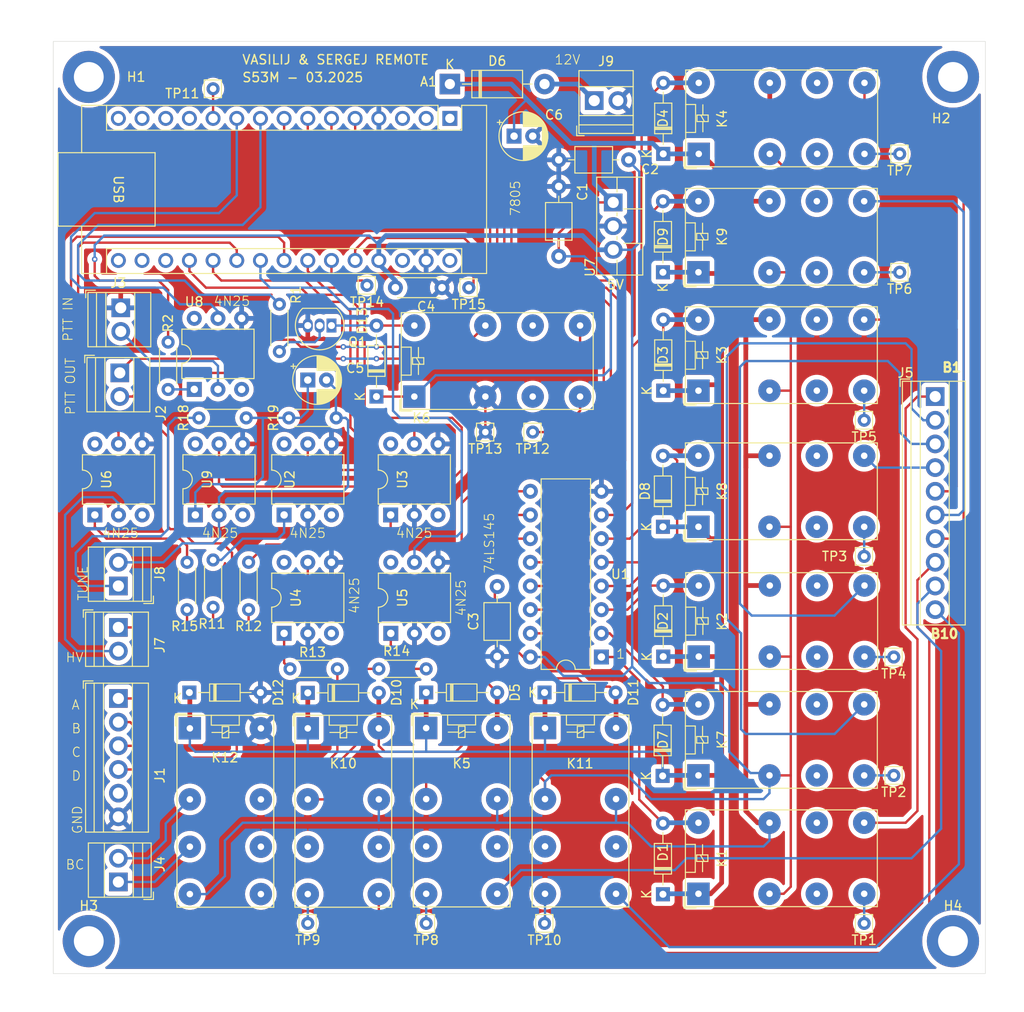
<source format=kicad_pcb>
(kicad_pcb (version 20240108) (generator "pcbnew") (generator_version "8.0")
  (layers (0 "F.Cu" signal) (31 "B.Cu" signal) (34 "B.Paste" user) (35 "F.Paste" user) (36 "B.SilkS" user "B.Silkscreen") (37 "F.SilkS" user "F.Silkscreen") (38 "B.Mask" user) (39 "F.Mask" user) (44 "Edge.Cuts" user))
  (net 0 "")
  (net 1 "Net-(J5-Pin_5)")
  (net 2 "Net-(J5-Pin_9)")
  (net 3 "Net-(J5-Pin_3)")
  (net 4 "Net-(J5-Pin_6)")
  (net 5 "Net-(J5-Pin_2)")
  (net 6 "Net-(J5-Pin_8)")
  (net 7 "Net-(J5-Pin_1)")
  (net 8 "Net-(J5-Pin_10)")
  (net 9 "Net-(J5-Pin_7)")
  (net 10 "Net-(J5-Pin_4)")
  (net 11 "Net-(J1-Pin_2)")
  (net 13 "GND")
  (net 14 "Net-(J1-Pin_4)")
  (net 15 "Net-(J1-Pin_1)")
  (net 16 "Net-(J1-Pin_3)")
  (net 17 "Net-(D1-K)")
  (net 18 "Net-(J4-Pin_1)")
  (net 19 "Net-(R15-Pad2)")
  (net 20 "Net-(R14-Pad2)")
  (net 21 "Net-(R13-Pad2)")
  (net 22 "Net-(R12-Pad2)")
  (net 23 "Net-(R11-Pad2)")
  (net 26 "Net-(A1-D2)")
  (net 27 "Net-(A1-D7)")
  (net 30 "Net-(D8-A)")
  (net 33 "Net-(K1-Pad13)")
  (net 36 "Net-(D2-A)")
  (net 37 "Net-(D3-A)")
  (net 40 "Net-(D4-A)")
  (net 45 "Net-(D5-A)")
  (net 48 "Net-(D9-A)")
  (net 49 "Net-(D10-A)")
  (net 54 "Net-(D11-A)")
  (net 57 "Net-(A1-A2)")
  (net 58 "Net-(A1-D4)")
  (net 59 "Net-(A1-D3)")
  (net 73 "Net-(D1-A)")
  (net 74 "Net-(D7-A)")
  (net 77 "Net-(C5-Pad1)")
  (net 78 "Net-(A1-A4)")
  (net 81 "Net-(D6-A)")
  (net 82 "Net-(J8-Pin_2)")
  (net 83 "Net-(J7-Pin_2)")
  (net 84 "Net-(J7-Pin_1)")
  (net 85 "Net-(J8-Pin_1)")
  (net 86 "Net-(A1-A3)")
  (net 87 "Net-(A1-A1)")
  (net 89 "Net-(A1-D5)")
  (net 90 "Net-(J2-Pin_1)")
  (net 91 "Net-(A1-A5)")
  (net 93 "Net-(A1-D6)")
  (net 95 "Net-(A1-A0)")
  (net 98 "Net-(Q1-B)")
  (net 106 "Net-(J4-Pin_2)")
  (net 107 "+5V")
  (net 108 "Net-(K1-Pad8)")
  (net 109 "Net-(K2-Pad8)")
  (net 110 "Net-(K3-Pad8)")
  (net 111 "Net-(K4-Pad8)")
  (net 112 "Net-(K5-Pad8)")
  (net 113 "Net-(K7-Pad8)")
  (net 114 "Net-(K8-Pad8)")
  (net 115 "Net-(K9-Pad8)")
  (net 116 "Net-(K10-Pad8)")
  (net 117 "Net-(K11-Pad8)")
  (net 118 "Net-(J3-Pin_2)")
  (net 119 "Net-(R2-Pad1)")
  (net 122 "Net-(A1-D8)")
  (net 125 "Net-(D13-A)")
  (net 126 "Net-(J2-Pin_2)")
  (net 127 "Net-(K6-Pad8)")
  (net 128 "Net-(A1-A6)")
  (net 129 "Net-(A1-A7)")
  (footprint "Resistor_THT:R_Axial_DIN0204_L3.6mm_D1.6mm_P5.08mm_Horizontal" (layer "F.Cu") (at 89.916 72.136)
    (property "Reference" "R18")
    (property "Value" "5k1")
  )
  (footprint "Connector_Pin:Pin_D0.7mm_L6.5mm_W1.8mm_FlatFork" (layer "F.Cu") (at 91.44 36.83)
    (property "Reference" "TP11")
    (property "Value" "TestPoint" (hide yes))
  )
  (footprint "Connector_Pin:Pin_D0.7mm_L6.5mm_W1.8mm_FlatFork" (layer "F.Cu") (at 165.1 43.815)
    (property "Reference" "TP7")
    (property "Value" "TestPoint" (hide yes))
  )
  (footprint "Connector_Pin:Pin_D0.7mm_L6.5mm_W1.8mm_FlatFork" (layer "F.Cu") (at 118.872 58.166)
    (property "Reference" "TP15")
    (property "Value" "TestPoint" (hide yes))
  )
  (footprint "Module:Arduino_Nano" (layer "F.Cu") (at 116.84 40.005 -90)
    (property "Reference" "A1")
    (property "Value" "Arduino_Nano_v3.x")
  )
  (footprint "Relay_THT:Relay_DPDT_Omron_G5V-2" (layer "F.Cu") (at 143.51 83.82 90)
    (property "Reference" "K8")
    (property "Value" "G5V-2")
  )
  (footprint "Connector_Pin:Pin_D0.7mm_L6.5mm_W1.8mm_FlatFork" (layer "F.Cu") (at 114.3 126.365)
    (property "Reference" "TP8")
    (property "Value" "TestPoint" (hide yes))
  )
  (footprint "TerminalBlock:TerminalBlock_Xinya_XY308-2.54-6P_1x06_P2.54mm_Horizontal" (layer "F.Cu") (at 81.28 102.235 -90)
    (property "Reference" "J1")
    (property "Value" "Screw_Terminal_01x06" (hide yes))
  )
  (footprint "Diode_THT:D_DO-34_SOD68_P7.62mm_Horizontal" (layer "F.Cu") (at 108.966 69.85 90)
    (property "Reference" "D13")
    (property "Value" "1N4148")
  )
  (footprint "Package_DIP:DIP-6_W7.62mm" (layer "F.Cu") (at 110.49 82.55 90)
    (property "Reference" "U3")
    (property "Value" "4N25")
  )
  (footprint "MountingHole:MountingHole_3.2mm_M3_DIN965_Pad" (layer "F.Cu") (at 170.815 35.56)
    (property "Reference" "H2")
    (property "Value" "MountingHole_Pad" (hide yes))
  )
  (footprint "TerminalBlock:TerminalBlock_Xinya_XY308-2.54-2P_1x02_P2.54mm_Horizontal" (layer "F.Cu") (at 81.28 90.17 90)
    (property "Reference" "J8")
    (property "Value" "Screw_Terminal_01x02" (hide yes))
  )
  (footprint "Capacitor_THT:CP_Radial_D5.0mm_P2.00mm" (layer "F.Cu") (at 101.6 68.072)
    (property "Reference" "C5")
    (property "Value" "100uF")
  )
  (footprint "Relay_THT:Relay_DPDT_Omron_G5V-2" (layer "F.Cu") (at 143.51 56.515 90)
    (property "Reference" "K9")
    (property "Value" "G5V-2")
  )
  (footprint "Package_DIP:DIP-6_W7.62mm" (layer "F.Cu") (at 89.423 69.078 90)
    (property "Reference" "U8")
    (property "Value" "4N25")
  )
  (footprint "Package_DIP:DIP-6_W7.62mm" (layer "F.Cu") (at 78.755 82.55 90)
    (property "Reference" "U6")
    (property "Value" "4N25")
  )
  (footprint "Connector_Pin:Pin_D0.7mm_L6.5mm_W1.8mm_FlatFork" (layer "F.Cu") (at 161.29 86.995)
    (property "Reference" "TP3")
    (property "Value" "TestPoint" (hide yes))
  )
  (footprint "Relay_THT:Relay_DPDT_Omron_G5V-2" (layer "F.Cu") (at 143.51 110.49 90)
    (property "Reference" "K7")
    (property "Value" "G5V-2")
  )
  (footprint "Connector_Pin:Pin_D0.7mm_L6.5mm_W1.8mm_FlatFork" (layer "F.Cu") (at 125.73 73.66)
    (property "Reference" "TP12")
    (property "Value" "TestPoint" (hide yes))
  )
  (footprint "TerminalBlock:TerminalBlock_Xinya_XY308-2.54-2P_1x02_P2.54mm_Horizontal" (layer "F.Cu") (at 132.329 38.1)
    (property "Reference" "J9")
    (property "Value" "Screw_Terminal_01x02" (hide yes))
  )
  (footprint "Diode_THT:D_DO-34_SOD68_P7.62mm_Horizontal" (layer "F.Cu") (at 139.7325 43.815 90)
    (property "Reference" "D4")
    (property "Value" "1N4148")
  )
  (footprint "TerminalBlock:TerminalBlock_Xinya_XY308-2.54-2P_1x02_P2.54mm_Horizontal" (layer "F.Cu") (at 81.28 121.92 90)
    (property "Reference" "J4")
    (property "Value" "Screw_Terminal_01x02" (hide yes))
  )
  (footprint "Capacitor_THT:C_Axial_L3.8mm_D2.6mm_P7.50mm_Horizontal" (layer "F.Cu") (at 121.92 90.23 -90)
    (property "Reference" "C3")
    (property "Value" "470n")
  )
  (footprint "Relay_THT:Relay_DPDT_Omron_G5V-2" (layer "F.Cu") (at 101.6 105.4425)
    (property "Reference" "K10")
    (property "Value" "G5V-2")
  )
  (footprint "Package_TO_SOT_THT:TO-220F-3_Vertical" (layer "F.Cu") (at 134.366 49.022 -90)
    (property "Reference" "U7")
    (property "Value" "L7805")
  )
  (footprint "Package_DIP:DIP-16_W7.62mm" (layer "F.Cu") (at 133.096 97.79 180)
    (property "Reference" "U1")
    (property "Value" "74LS145")
  )
  (footprint "MountingHole:MountingHole_3.2mm_M3_DIN965_Pad" (layer "F.Cu") (at 78.105 128.27)
    (property "Reference" "H3")
    (property "Value" "MountingHole_Pad" (hide yes))
  )
  (footprint "TerminalBlock:TerminalBlock_Xinya_XY308-2.54-2P_1x02_P2.54mm_Horizontal" (layer "F.Cu") (at 81.28 94.615 -90)
    (property "Reference" "J7")
    (property "Value" "Screw_Terminal_01x02" (hide yes))
  )
  (footprint "Capacitor_THT:C_Axial_L3.8mm_D2.6mm_P7.50mm_Horizontal" (layer "F.Cu") (at 136.024 44.45 180)
    (property "Reference" "C2")
    (property "Value" "100n")
  )
  (footprint "Relay_THT:Relay_DPDT_Omron_G5V-2" (layer "F.Cu") (at 127.0475 105.41)
    (property "Reference" "K11")
    (property "Value" "G5V-2")
  )
  (footprint "Resistor_THT:R_Axial_DIN0204_L3.6mm_D1.6mm_P5.08mm_Horizontal" (layer "F.Cu") (at 91.44 92.456 90)
    (property "Reference" "R11")
    (property "Value" "1k")
  )
  (footprint "Connector_Pin:Pin_D0.7mm_L6.5mm_W1.8mm_FlatFork" (layer "F.Cu") (at 161.29 126.365)
    (property "Reference" "TP1")
    (property "Value" "TestPoint" (hide yes))
  )
  (footprint "Diode_THT:D_DO-34_SOD68_P7.62mm_Horizontal" (layer "F.Cu") (at 139.7 83.82 90)
    (property "Reference" "D8")
    (property "Value" "1N4148")
  )
  (footprint "Connector_Pin:Pin_D0.7mm_L6.5mm_W1.8mm_FlatFork" (layer "F.Cu") (at 101.6 126.365)
    (property "Reference" "TP9")
    (property "Value" "TestPoint" (hide yes))
  )
  (footprint "Resistor_THT:R_Axial_DIN0204_L3.6mm_D1.6mm_P5.08mm_Horizontal" (layer "F.Cu") (at 109.22 99.06)
    (property "Reference" "R14")
    (property "Value" "1k")
  )
  (footprint "TerminalBlock:TerminalBlock_Xinya_XY308-2.54-2P_1x02_P2.54mm_Horizontal" (layer "F.Cu") (at 81.43 67.305 -90)
    (property "Reference" "J2")
    (property "Value" "Screw_Terminal_01x02" (hide yes))
  )
  (footprint "Resistor_THT:R_Axial_DIN0204_L3.6mm_D1.6mm_P5.08mm_Horizontal" (layer "F.Cu") (at 86.614 69.088 90)
    (property "Reference" "R2")
    (property "Value" "1k")
  )
  (footprint "Diode_THT:D_DO-34_SOD68_P7.62mm_Horizontal" (layer "F.Cu") (at 139.7325 69.215 90)
    (property "Reference" "D3")
    (property "Value" "1N4148")
  )
  (footprint "TerminalBlock:TerminalBlock_Xinya_XY308-2.54-2P_1x02_P2.54mm_Horizontal" (layer "F.Cu") (at 81.534 60.325 -90)
    (property "Reference" "J3")
    (property "Value" "Screw_Terminal_01x02" (hide yes))
  )
  (footprint "Relay_THT:Relay_DPDT_Omron_G5V-2" (layer "F.Cu") (at 143.51 123.19 90)
    (property "Reference" "K1")
    (property "Value" "G5V-2")
  )
  (footprint "Relay_THT:Relay_DPDT_Omron_G5V-2" (layer "F.Cu") (at 143.5425 43.815 90)
    (property "Reference" "K4")
    (property "Value" "G5V-2")
  )
  (footprint "Package_DIP:DIP-6_W7.62mm" (layer "F.Cu") (at 99.06 95.25 90)
    (property "Reference" "U4")
    (property "Value" "4N25")
  )
  (footprint "Connector_Pin:Pin_D0.7mm_L6.5mm_W1.8mm_FlatFork" (layer "F.Cu") (at 120.65 73.66)
    (property "Reference" "TP13")
    (property "Value" "TestPoint" (hide yes))
  )
  (footprint "Relay_THT:Relay_DPDT_Omron_G5V-2" (layer "F.Cu") (at 114.3 105.41)
    (property "Reference" "K5")
    (property "Value" "G5V-2")
  )
  (footprint "Package_DIP:DIP-6_W7.62mm" (layer "F.Cu") (at 89.535 82.55 90)
    (property "Reference" "U9")
    (property "Value" "4N25")
  )
  (footprint "Resistor_THT:R_Axial_DIN0204_L3.6mm_D1.6mm_P5.08mm_Horizontal" (layer "F.Cu") (at 88.646 92.71 90)
    (property "Reference" "R15")
    (property "Value" "2k7")
  )
  (footprint "Relay_THT:Relay_DPDT_Omron_G5V-2" (layer "F.Cu") (at 143.51 69.215 90)
    (property "Reference" "K3")
    (property "Value" "G5V-2")
  )
  (footprint "Diode_THT:D_DO-34_SOD68_P7.62mm_Horizontal" (layer "F.Cu") (at 114.3 101.6)
    (property "Reference" "D5")
    (property "Value" "1N4148")
  )
  (footprint "Relay_THT:Relay_DPDT_Omron_G5V-2" (layer "F.Cu") (at 143.5425 97.7425 90)
    (property "Reference" "K2")
    (property "Value" "G5V-2")
  )
  (footprint "Connector_Pin:Pin_D0.7mm_L6.5mm_W1.8mm_FlatFork" (layer "F.Cu") (at 165.1 56.515)
    (property "Reference" "TP6")
    (property "Value" "TestPoint" (hide yes))
  )
  (footprint "MountingHole:MountingHole_3.2mm_M3_DIN965_Pad" (layer "F.Cu") (at 170.815 128.27)
    (property "Reference" "H4")
    (property "Value" "MountingHole_Pad" (hide yes))
  )
  (footprint "Connector_Pin:Pin_D0.7mm_L6.5mm_W1.8mm_FlatFork" (layer "F.Cu") (at 164.465 97.79)
    (property "Reference" "TP4")
    (property "Value" "TestPoint" (hide yes))
  )
  (footprint "Diode_THT:D_DO-34_SOD68_P7.62mm_Horizontal" (layer "F.Cu") (at 139.7325 97.7475 90)
    (property "Reference" "D2")
    (property "Value" "1N4148")
  )
  (footprint "Connector_Pin:Pin_D0.7mm_L6.5mm_W1.8mm_FlatFork" (layer "F.Cu") (at 107.95 57.912)
    (property "Reference" "TP14")
    (property "Value" "TestPoint" (hide yes))
  )
  (footprint "Package_TO_SOT_THT:TO-92_Inline" (layer "F.Cu") (at 104.14 62.23 180)
    (property "Reference" "Q1")
    (property "Value" "BC547")
  )
  (footprint "Diode_THT:D_DO-34_SOD68_P7.62mm_Horizontal" (layer "F.Cu") (at 139.7 123.2425 90)
    (property "Reference" "D1")
    (property "Value" "1N4148")
  )
  (footprint "Diode_THT:D_DO-34_SOD68_P7.62mm_Horizontal" (layer "F.Cu") (at 88.895 101.6)
    (property "Reference" "D12")
    (property "Value" "1N4148")
  )
  (footprint "Connector_Pin:Pin_D0.7mm_L6.5mm_W1.8mm_FlatFork" (layer "F.Cu") (at 164.465 110.49)
    (property "Reference" "TP2")
    (property "Value" "TestPoint" (hide yes))
  )
  (footprint "Resistor_THT:R_Axial_DIN0204_L3.6mm_D1.6mm_P5.08mm_Horizontal" (layer "F.Cu") (at 98.552 59.944 -90)
    (property "Reference" "R1")
    (property "Value" "5k1")
  )
  (footprint "Capacitor_THT:CP_Radial_D5.0mm_P2.00mm" (layer "F.Cu") (at 123.73 41.91)
    (property "Reference" "C6")
    (property "Value" "100uF")
  )
  (footprint "Diode_THT:D_DO-34_SOD68_P7.62mm_Horizontal" (layer "F.Cu") (at 139.6675 110.5425 90)
    (property "Reference" "D7")
    (property "Value" "1N4148")
  )
  (footprint "Resistor_THT:R_Axial_DIN0204_L3.6mm_D1.6mm_P5.08mm_Horizontal" (layer "F.Cu") (at 95.25 92.71 90)
    (property "Reference" "R12")
    (property "Value" "1k")
  )
  (footprint "Relay_THT:Relay_DPDT_Omron_G5V-2" (layer "F.Cu") (at 88.9475 105.4425)
    (property "Reference" "K12")
    (property "Value" "G5V-2")
  )
  (footprint "Resistor_THT:R_Axial_DIN0204_L3.6mm_D1.6mm_P5.08mm_Horizontal" (layer "F.Cu") (at 99.568 72.136)
    (property "Reference" "R19")
    (property "Value" "5k1")
  )
  (footprint "Capacitor_THT:C_Axial_L3.8mm_D2.6mm_P7.50mm_Horizontal" (layer "F.Cu") (at 128.524 54.804 90)
    (property "Reference" "C1")
    (property "Value" "470n")
  )
  (footprint "Connector_Pin:Pin_D0.7mm_L6.5mm_W1.8mm_FlatFork" (layer "F.Cu") (at 161.29 72.39)
    (property "Reference" "TP5")
    (property "Value" "TestPoint" (hide yes))
  )
  (footprint "Package_DIP:DIP-6_W7.62mm" (layer "F.Cu") (at 99.06 82.55 90)
    (property "Reference" "U2")
    (property "Value" "4N25")
  )
  (footprint "MountingHole:MountingHole_3.2mm_M3_DIN965_Pad" (layer "F.Cu") (at 78.105 35.56)
    (property "Reference" "H1")
    (property "Value" "MountingHole_Pad" (hide yes))
  )
  (footprint "Relay_THT:Relay_DPDT_Omron_G5V-2" (layer "F.Cu") (at 113.03 69.85 90)
    (property "Reference" "K6")
    (property "Value" "G5V-2")
  )
  (footprint "Resistor_THT:R_Axial_DIN0204_L3.6mm_D1.6mm_P5.08mm_Horizontal" (layer "F.Cu") (at 104.775 99.06 180)
    (property "Reference" "R13")
    (property "Value" "1k")
  )
  (footprint "Diode_THT:D_DO-41_SOD81_P10.16mm_Horizontal" (layer "F.Cu") (at 116.84 36.322)
    (property "Reference" "D6")
    (property "Value" "1N4001")
  )
  (footprint "Diode_THT:D_DO-34_SOD68_P7.62mm_Horizontal" (layer "F.Cu") (at 139.7 56.515 90)
    (property "Reference" "D9")
    (property "Value" "1N4148")
  )
  (footprint "Connector_Pin:Pin_D0.7mm_L6.5mm_W1.8mm_FlatFork" (layer "F.Cu") (at 127 126.365)
    (property "Reference" "TP10")
    (property "Value" "TestPoint" (hide yes))
  )
  (footprint "TerminalBlock:TerminalBlock_Xinya_XY308-2.54-10P_1x10_P2.54mm_Horizontal" (layer "F.Cu") (at 168.91 69.85 -90)
    (property "Reference" "J5")
    (property "Value" "Screw_Terminal_01x10" (hide yes))
  )
  (footprint "Package_DIP:DIP-6_W7.62mm" (layer "F.Cu") (at 110.505 95.25 90)
    (property "Reference" "U5")
    (property "Value" "4N25")
  )
  (footprint "Diode_THT:D_DO-34_SOD68_P7.62mm_Horizontal" (layer "F.Cu") (at 127 101.6)
    (property "Reference" "D11")
    (property "Value" "1N4148")
  )
  (footprint "Diode_THT:D_DO-34_SOD68_P7.62mm_Horizontal" (layer "F.Cu") (at 101.6 101.6325)
    (property "Reference" "D10")
    (property "Value" "1N4148")
  )
  (footprint "Capacitor_THT:C_Disc_D4.3mm_W1.9mm_P5.00mm" (layer "F.Cu") (at 110.998 58.166)
    (property "Reference" "C4")
    (property "Value" "100n")
  )
  (gr_rect (start 74.295 31.75) (end 174.295 131.75) (stroke (width 0.05)) (fill none) (layer "Edge.Cuts"))
  (gr_text "TUNE" (at 78.06 91.81 90) (layer "F.SilkS") (effects (font (size 1 1) (thickness 0.1)) (justify left bottom)))
  (gr_text "C" (at 76.2 108.585 0) (layer "F.SilkS") (effects (font (size 1 1) (thickness 0.1)) (justify left bottom)))
  (gr_text "4N25" (at 79.502 85.09 0) (layer "F.SilkS") (effects (font (size 1 1) (thickness 0.1)) (justify left bottom)))
  (gr_text "VASILIJ & SERGEJ REMOTE" (at 94.488 34.29 0) (layer "F.SilkS") (effects (font (size 1 1)) (justify left bottom)))
  (gr_text "7805" (at 124.46 50.546 90) (layer "F.SilkS") (effects (font (size 1 1) (thickness 0.1)) (justify left bottom)))
  (gr_text "12V" (at 128.016 34.29 0) (layer "F.SilkS") (effects (font (size 1 1) (thickness 0.1)) (justify left bottom)))
  (gr_text "S53M - 03.2025" (at 94.488 36.195 0) (layer "F.SilkS") (effects (font (size 1 1)) (justify left bottom)))
  (gr_text "PTT IN" (at 76.454 64.008 90) (layer "F.SilkS") (effects (font (size 1 1) (thickness 0.1)) (justify left bottom)))
  (gr_text "74LS145" (at 121.666 88.9 90) (layer "F.SilkS") (effects (font (size 1 1) (thickness 0.1)) (justify left bottom)))
  (gr_text "1" (at 134.62 98.044 0) (layer "F.SilkS") (effects (font (size 1 1) (thickness 0.1)) (justify left bottom)))
  (gr_text "4N25" (at 118.618 93.472 90) (layer "F.SilkS") (effects (font (size 1 1) (thickness 0.1)) (justify left bottom)))
  (gr_text "BC" (at 75.565 120.65 0) (layer "F.SilkS") (effects (font (size 1 1) (thickness 0.1)) (justify left bottom)))
  (gr_text "B\n" (at 76.2 106.045 0) (layer "F.SilkS") (effects (font (size 1 1) (thickness 0.1)) (justify left bottom)))
  (gr_text "4N25" (at 110.998 85.09 0) (layer "F.SilkS") (effects (font (size 1 1) (thickness 0.1)) (justify left bottom)))
  (gr_text "5V" (at 133.604 58.42 0) (layer "F.SilkS") (effects (font (size 1 1)) (justify left bottom)))
  (gr_text "HV" (at 75.565 98.425 0) (layer "F.SilkS") (effects (font (size 1 1) (thickness 0.1)) (justify left bottom)))
  (gr_text "A" (at 76.2 103.505 0) (layer "F.SilkS") (effects (font (size 1 1) (thickness 0.1)) (justify left bottom)))
  (gr_text "PTT OUT" (at 76.708 71.882 90) (layer "F.SilkS") (effects (font (size 1 1) (thickness 0.1)) (justify left bottom)))
  (gr_text "GND" (at 77.47 116.84 90) (layer "F.SilkS") (effects (font (size 1 1) (thickness 0.1)) (justify left bottom)))
  (gr_text "4N25" (at 90.17 85.09 0) (layer "F.SilkS") (effects (font (size 1 1) (thickness 0.1)) (justify left bottom)))
  (gr_text "B10" (at 168.275 95.885 0) (layer "F.SilkS") (effects (font (size 1 1) (thickness 0.25) (bold yes)) (justify left bottom)))
  (gr_text "4N25" (at 99.568 85.09 0) (layer "F.SilkS") (effects (font (size 1 1) (thickness 0.1)) (justify left bottom)))
  (gr_text "B1\n" (at 169.545 67.31 0) (layer "F.SilkS") (effects (font (size 1 1) (thickness 0.25) (bold yes)) (justify left bottom)))
  (gr_text "4N25" (at 107.188 93.218 90) (layer "F.SilkS") (effects (font (size 1 1) (thickness 0.1)) (justify left bottom)))
  (gr_text "4N25" (at 91.44 60.198 0) (layer "F.SilkS") (effects (font (size 1 1) (thickness 0.1)) (justify left bottom)))
  (gr_text "D" (at 76.2 111.125 0) (layer "F.SilkS") (effects (font (size 1 1) (thickness 0.1)) (justify left bottom)))
  (segment (start 170.18 61.595) (end 161.29 61.595) (width 0.254) (layer "F.Cu") (net 1))
  (segment (start 170.688 80.01) (end 171.196 79.502) (width 0.254) (layer "F.Cu") (net 1))
  (segment (start 171.196 79.502) (end 171.196 62.611) (width 0.254) (layer "F.Cu") (net 1))
  (segment (start 168.91 80.01) (end 170.688 80.01) (width 0.254) (layer "F.Cu") (net 1))
  (segment (start 171.196 62.611) (end 170.18 61.595) (width 0.254) (layer "F.Cu") (net 1))
  (segment (start 169.545 97.155) (end 167.005 94.615) (width 0.254) (layer "B.Cu") (net 2))
  (segment (start 140.97 120.65) (end 142.24 119.38) (width 0.254) (layer "B.Cu") (net 2))
  (segment (start 169.545 116.205) (end 169.545 97.155) (width 0.254) (layer "B.Cu") (net 2))
  (segment (start 124.46 120.65) (end 140.97 120.65) (width 0.254) (layer "B.Cu") (net 2))
  (segment (start 167.005 92.075) (end 168.91 90.17) (width 0.254) (layer "B.Cu") (net 2))
  (segment (start 166.37 119.38) (end 169.545 116.205) (width 0.254) (layer "B.Cu") (net 2))
  (segment (start 167.005 94.615) (end 167.005 92.075) (width 0.254) (layer "B.Cu") (net 2))
  (segment (start 142.24 119.38) (end 166.37 119.38) (width 0.254) (layer "B.Cu") (net 2))
  (segment (start 121.92 123.19) (end 124.46 120.65) (width 0.254) (layer "B.Cu") (net 2))
  (segment (start 149.225 93.345) (end 147.955 92.075) (width 0.254) (layer "B.Cu") (net 3))
  (segment (start 161.3225 90.1225) (end 158.115 93.33) (width 0.254) (layer "B.Cu") (net 3))
  (segment (start 165.1 73.66) (end 166.37 74.93) (width 0.254) (layer "B.Cu") (net 3))
  (segment (start 163.83 66.04) (end 165.1 67.31) (width 0.254) (layer "B.Cu") (net 3))
  (segment (start 147.955 92.075) (end 147.955 66.675) (width 0.254) (layer "B.Cu") (net 3))
  (segment (start 147.955 66.675) (end 148.59 66.04) (width 0.254) (layer "B.Cu") (net 3))
  (segment (start 166.37 74.93) (end 168.91 74.93) (width 0.254) (layer "B.Cu") (net 3))
  (segment (start 158.115 93.33) (end 158.115 93.345) (width 0.254) (layer "B.Cu") (net 3))
  (segment (start 158.115 93.345) (end 149.225 93.345) (width 0.254) (layer "B.Cu") (net 3))
  (segment (start 165.1 67.31) (end 165.1 73.66) (width 0.254) (layer "B.Cu") (net 3))
  (segment (start 148.59 66.04) (end 163.83 66.04) (width 0.254) (layer "B.Cu") (net 3))
  (segment (start 170.815 48.895) (end 161.29 48.895) (width 0.254) (layer "B.Cu") (net 4))
  (segment (start 171.45 82.55) (end 171.958 82.042) (width 0.254) (layer "B.Cu") (net 4))
  (segment (start 171.958 82.042) (end 171.958 50.038) (width 0.254) (layer "B.Cu") (net 4))
  (segment (start 171.958 50.038) (end 170.815 48.895) (width 0.254) (layer "B.Cu") (net 4))
  (segment (start 168.91 82.55) (end 171.45 82.55) (width 0.254) (layer "B.Cu") (net 4))
  (segment (start 167.64 72.39) (end 166.37 71.12) (width 0.254) (layer "B.Cu") (net 5))
  (segment (start 166.37 71.12) (end 166.37 64.77) (width 0.254) (layer "B.Cu") (net 5))
  (segment (start 146.558 65.532) (end 146.558 93.726) (width 0.254) (layer "B.Cu") (net 5))
  (segment (start 147.955 64.135) (end 146.558 65.532) (width 0.254) (layer "B.Cu") (net 5))
  (segment (start 165.735 64.135) (end 147.955 64.135) (width 0.254) (layer "B.Cu") (net 5))
  (segment (start 166.37 64.77) (end 165.735 64.135) (width 0.254) (layer "B.Cu") (net 5))
  (segment (start 148.59 106.045) (end 158.115 106.045) (width 0.254) (layer "B.Cu") (net 5))
  (segment (start 146.558 93.726) (end 148.082 95.25) (width 0.254) (layer "B.Cu") (net 5))
  (segment (start 158.115 106.045) (end 161.29 102.87) (width 0.254) (layer "B.Cu") (net 5))
  (segment (start 148.082 95.25) (end 148.082 105.537) (width 0.254) (layer "B.Cu") (net 5))
  (segment (start 168.91 72.39) (end 167.64 72.39) (width 0.254) (layer "B.Cu") (net 5))
  (segment (start 148.082 105.537) (end 148.59 106.045) (width 0.254) (layer "B.Cu") (net 5))
  (segment (start 168.275 95.870831) (end 168.275 124.46) (width 0.254) (layer "F.Cu") (net 6))
  (segment (start 163.195 129.54) (end 113.03 129.54) (width 0.254) (layer "F.Cu") (net 6))
  (segment (start 109.22 125.73) (end 109.22 123.2225) (width 0.254) (layer "F.Cu") (net 6))
  (segment (start 167.005 94.600831) (end 168.275 95.870831) (width 0.254) (layer "F.Cu") (net 6))
  (segment (start 168.275 124.46) (end 163.195 129.54) (width 0.254) (layer "F.Cu") (net 6))
  (segment (start 113.03 129.54) (end 109.22 125.73) (width 0.254) (layer "F.Cu") (net 6))
  (segment (start 167.005 89.535) (end 167.005 94.600831) (width 0.254) (layer "F.Cu") (net 6))
  (segment (start 168.91 87.63) (end 167.005 89.535) (width 0.254) (layer "F.Cu") (net 6))
  (segment (start 165.735 115.57) (end 167.005 114.3) (width 0.254) (layer "F.Cu") (net 7))
  (segment (start 167.005 114.3) (end 167.005 95.885) (width 0.254) (layer "F.Cu") (net 7))
  (segment (start 161.29 115.57) (end 165.735 115.57) (width 0.254) (layer "F.Cu") (net 7))
  (segment (start 167.005 95.885) (end 165.735 94.615) (width 0.254) (layer "F.Cu") (net 7))
  (segment (start 167.005 69.85) (end 168.91 69.85) (width 0.254) (layer "F.Cu") (net 7))
  (segment (start 165.735 94.615) (end 165.735 71.12) (width 0.254) (layer "F.Cu") (net 7))
  (segment (start 165.735 71.12) (end 167.005 69.85) (width 0.254) (layer "F.Cu") (net 7))
  (segment (start 171.45 120.015) (end 171.45 95.25) (width 0.254) (layer "B.Cu") (net 8))
  (segment (start 140.3825 128.905) (end 162.56 128.905) (width 0.254) (layer "B.Cu") (net 8))
  (segment (start 162.56 128.905) (end 171.45 120.015) (width 0.254) (layer "B.Cu") (net 8))
  (segment (start 134.6675 123.19) (end 140.3825 128.905) (width 0.254) (layer "B.Cu") (net 8))
  (segment (start 171.45 95.25) (end 168.91 92.71) (width 0.254) (layer "B.Cu") (net 8))
  (segment (start 170.688 85.09) (end 171.958 83.82) (width 0.254) (layer "F.Cu") (net 9))
  (segment (start 168.91 85.09) (end 170.688 85.09) (width 0.254) (layer "F.Cu") (net 9))
  (segment (start 171.958 83.82) (end 171.958 43.18) (width 0.254) (layer "F.Cu") (net 9))
  (segment (start 161.3225 39.6565) (end 161.3225 36.195) (width 0.254) (layer "F.Cu") (net 9))
  (segment (start 169.926 41.148) (end 162.814 41.148) (width 0.254) (layer "F.Cu") (net 9))
  (segment (start 171.958 43.18) (end 169.926 41.148) (width 0.254) (layer "F.Cu") (net 9))
  (segment (start 162.814 41.148) (end 161.3225 39.6565) (width 0.254) (layer "F.Cu") (net 9))
  (segment (start 161.29 76.2) (end 162.56 77.47) (width 0.254) (layer "B.Cu") (net 10))
  (segment (start 162.56 77.47) (end 168.91 77.47) (width 0.254) (layer "B.Cu") (net 10))
  (segment (start 93.98 107.95) (end 93.98 100.33) (width 0.254) (layer "F.Cu") (net 11))
  (segment (start 93.98 100.33) (end 95.25 99.06) (width 0.254) (layer "F.Cu") (net 11))
  (segment (start 82.55 104.775) (end 86.36 108.585) (width 0.254) (layer "F.Cu") (net 11))
  (segment (start 95.25 99.06) (end 95.25 92.71) (width 0.254) (layer "F.Cu") (net 11))
  (segment (start 81.28 104.775) (end 82.55 104.775) (width 0.254) (layer "F.Cu") (net 11))
  (segment (start 86.36 108.585) (end 93.345 108.585) (width 0.254) (layer "F.Cu") (net 11))
  (segment (start 93.345 108.585) (end 93.98 107.95) (width 0.254) (layer "F.Cu") (net 11))
  (segment (start 115.998 58.166) (end 115.824 58.166) (width 0.508) (layer "F.Cu") (net 13))
  (segment (start 96.5675 101.6525) (end 96.515 101.6) (width 0.508) (layer "F.Cu") (net 13))
  (segment (start 120.65 73.66) (end 120.65 69.85) (width 0.254) (layer "F.Cu") (net 13))
  (segment (start 81.661 60.452) (end 81.534 60.325) (width 0.254) (layer "B.Cu") (net 13))
  (segment (start 104.14 109.855) (end 106.68 107.315) (width 0.254) (layer "F.Cu") (net 14))
  (segment (start 106.68 107.315) (end 106.68 99.695) (width 0.254) (layer "F.Cu") (net 14))
  (segment (start 106.68 99.695) (end 107.315 99.06) (width 0.254) (layer "F.Cu") (net 14))
  (segment (start 81.28 109.855) (end 104.14 109.855) (width 0.254) (layer "F.Cu") (net 14))
  (segment (start 107.315 99.06) (end 109.22 99.06) (width 0.254) (layer "F.Cu") (net 14))
  (segment (start 85.725 102.235) (end 86.995 100.965) (width 0.254) (layer "F.Cu") (net 15))
  (segment (start 90.805 99.06) (end 91.44 98.425) (width 0.254) (layer "F.Cu") (net 15))
  (segment (start 81.28 102.235) (end 85.725 102.235) (width 0.254) (layer "F.Cu") (net 15))
  (segment (start 87.63 99.06) (end 90.805 99.06) (width 0.254) (layer "F.Cu") (net 15))
  (segment (start 91.44 98.425) (end 91.44 92.456) (width 0.254) (layer "F.Cu") (net 15))
  (segment (start 86.995 99.695) (end 87.63 99.06) (width 0.254) (layer "F.Cu") (net 15))
  (segment (start 86.995 100.965) (end 86.995 99.695) (width 0.254) (layer "F.Cu") (net 15))
  (segment (start 83.185 107.315) (end 85.09 109.22) (width 0.254) (layer "F.Cu") (net 16))
  (segment (start 104.775 107.95) (end 104.775 99.06) (width 0.254) (layer "F.Cu") (net 16))
  (segment (start 103.505 109.22) (end 104.775 107.95) (width 0.254) (layer "F.Cu") (net 16))
  (segment (start 81.28 107.315) (end 83.185 107.315) (width 0.254) (layer "F.Cu") (net 16))
  (segment (start 85.09 109.22) (end 103.505 109.22) (width 0.254) (layer "F.Cu") (net 16))
  (segment (start 146 72.39) (end 146 85.09) (width 0.508) (layer "F.Cu") (net 17))
  (segment (start 143.5425 43.815) (end 143.815 43.815) (width 0.508) (layer "F.Cu") (net 17))
  (segment (start 113.03 69.85) (end 108.966 69.85) (width 0.254) (layer "F.Cu") (net 17))
  (segment (start 146 110.49) (end 146 122) (width 0.508) (layer "F.Cu") (net 17))
  (segment (start 131.826 49.022) (end 134.366 49.022) (width 0.254) (layer "F.Cu") (net 17))
  (segment (start 143.637 56.642) (end 146 56.642) (width 0.508) (layer "F.Cu") (net 17))
  (segment (start 114.3 105.41) (end 114.3 101.6) (width 0.508) (layer "F.Cu") (net 17))
  (segment (start 128.524 52.324) (end 131.826 49.022) (width 0.254) (layer "F.Cu") (net 17))
  (segment (start 88.9475 101.6525) (end 88.895 101.6) (width 0.508) (layer "F.Cu") (net 17))
  (segment (start 146 97.79) (end 146 110.49) (width 0.508) (layer "F.Cu") (net 17))
  (segment (start 143.51 56.515) (end 143.637 56.642) (width 0.508) (layer "F.Cu") (net 17))
  (segment (start 101.6 105.4425) (end 101.6 101.6325) (width 0.508) (layer "F.Cu") (net 17))
  (segment (start 146 46) (end 146 58.42) (width 0.508) (layer "F.Cu") (net 17))
  (segment (start 144.78 85.09) (end 146 85.09) (width 0.508) (layer "F.Cu") (net 17))
  (segment (start 144.145 68.58) (end 146 68.58) (width 0.508) (layer "F.Cu") (net 17))
  (segment (start 146 58.42) (end 146 72.39) (width 0.508) (layer "F.Cu") (net 17))
  (segment (start 146 85.09) (end 146 97.79) (width 0.508) (layer "F.Cu") (net 17))
  (segment (start 144.81 123.19) (end 143.51 123.19) (width 0.508) (layer "F.Cu") (net 17))
  (segment (start 127.0475 105.41) (end 127.0475 101.6475) (width 0.508) (layer "F.Cu") (net 17))
  (segment (start 128.524 54.804) (end 128.524 52.324) (width 0.254) (layer "F.Cu") (net 17))
  (segment (start 127.0475 101.6475) (end 127 101.6) (width 0.508) (layer "F.Cu") (net 17))
  (segment (start 88.9475 105.4425) (end 88.9475 101.6525) (width 0.508) (layer "F.Cu") (net 17))
  (segment (start 143.51 69.215) (end 144.145 68.58) (width 0.508) (layer "F.Cu") (net 17))
  (segment (start 146 122) (end 144.81 123.19) (width 0.508) (layer "F.Cu") (net 17))
  (segment (start 143.815 43.815) (end 146 46) (width 0.508) (layer "F.Cu") (net 17))
  (segment (start 145.9525 97.7425) (end 146 97.79) (width 0.508) (layer "F.Cu") (net 17))
  (segment (start 143.51 110.49) (end 146 110.49) (width 0.508) (layer "F.Cu") (net 17))
  (segment (start 143.51 83.82) (end 144.78 85.09) (width 0.508) (layer "F.Cu") (net 17))
  (segment (start 143.5425 97.7425) (end 145.9525 97.7425) (width 0.508) (layer "F.Cu") (net 17))
  (segment (start 127.0475 107.9025) (end 127 107.95) (width 0.254) (layer "B.Cu") (net 17))
  (segment (start 143.5425 97.7425) (end 139.7375 97.7425) (width 0.508) (layer "B.Cu") (net 17))
  (segment (start 131.258 54.804) (end 128.524 54.804) (width 0.254) (layer "B.Cu") (net 17))
  (segment (start 139.7375 97.7425) (end 139.7325 97.7475) (width 0.508) (layer "B.Cu") (net 17))
  (segment (start 101.6 107.95) (end 89.535 107.95) (width 0.254) (layer "B.Cu") (net 17))
  (segment (start 123.73 39.338) (end 125.095 37.973) (width 0.254) (layer "B.Cu") (net 17))
  (segment (start 123.444 36.322) (end 125.095 37.973) (width 0.508) (layer "B.Cu") (net 17))
  (segment (start 101.6 105.4425) (end 101.6 107.95) (width 0.254) (layer "B.Cu") (net 17))
  (segment (start 125.73 107.95) (end 114.3 107.95) (width 0.254) (layer "B.Cu") (net 17))
  (segment (start 116.84 36.322) (end 123.444 36.322) (width 0.508) (layer "B.Cu") (net 17))
  (segment (start 143.51 56.515) (end 139.7 56.515) (width 0.508) (layer "B.Cu") (net 17))
  (segment (start 114.3 105.41) (end 114.3 107.95) (width 0.254) (layer "B.Cu") (net 17))
  (segment (start 127 107.95) (end 125.73 107.95) (width 0.254) (layer "B.Cu") (net 17))
  (segment (start 129.794 42.672) (end 132.334 42.672) (width 0.508) (layer "B.Cu") (net 17))
  (segment (start 88.9475 107.2675) (end 88.9475 105.4425) (width 0.254) (layer "B.Cu") (net 17))
  (segment (start 132.334 46.99) (end 132.334 42.672) (width 0.508) (layer "B.Cu") (net 17))
  (segment (start 139.6675 110.5425) (end 139.6675 108.5525) (width 0.254) (layer "B.Cu") (net 17))
  (segment (start 123.73 41.91) (end 123.73 39.338) (width 0.254) (layer "B.Cu") (net 17))
  (segment (start 139.6675 108.5525) (end 139.065 107.95) (width 0.254) (layer "B.Cu") (net 17))
  (segment (start 134.112 66.802) (end 134.112 57.658) (width 0.254) (layer "B.Cu") (net 17))
  (segment (start 143.51 83.82) (end 139.7 83.82) (width 0.508) (layer "B.Cu") (net 17))
  (segment (start 89.535 107.95) (end 88.9 107.315) (width 0.254) (layer "B.Cu") (net 17))
  (segment (start 134.112 57.658) (end 131.258 54.804) (width 0.254) (layer "B.Cu") (net 17))
  (segment (start 125.095 37.973) (end 129.794 42.672) (width 0.508) (layer "B.Cu") (net 17))
  (segment (start 143.51 69.215) (end 139.7325 69.215) (width 0.508) (layer "B.Cu") (net 17))
  (segment (start 143.5425 43.815) (end 139.7325 43.815) (width 0.508) (layer "B.Cu") (net 17))
  (segment (start 115.316 67.564) (end 133.35 67.564) (width 0.254) (layer "B.Cu") (net 17))
  (segment (start 113.03 69.85) (end 115.316 67.564) (width 0.254) (layer "B.Cu") (net 17))
  (segment (start 139.7525 123.19) (end 139.7 123.2425) (width 0.508) (layer "B.Cu") (net 17))
  (segment (start 143.51 110.49) (end 139.72 110.49) (width 0.508) (layer "B.Cu") (net 17))
  (segment (start 133.35 67.564) (end 134.112 66.802) (width 0.254) (layer "B.Cu") (net 17))
  (segment (start 139.72 110.49) (end 139.6675 110.5425) (width 0.508) (layer "B.Cu") (net 17))
  (segment (start 138.5895 42.672) (end 139.7325 43.815) (width 0.508) (layer "B.Cu") (net 17))
  (segment (start 88.9 107.315) (end 88.9475 107.2675) (width 0.254) (layer "B.Cu") (net 17))
  (segment (start 143.51 123.19) (end 139.7525 123.19) (width 0.508) (layer "B.Cu") (net 17))
  (segment (start 114.3 107.95) (end 101.6 107.95) (width 0.254) (layer "B.Cu") (net 17))
  (segment (start 127.0475 105.41) (end 127.0475 107.9025) (width 0.254) (layer "B.Cu") (net 17))
  (segment (start 134.366 49.022) (end 132.334 46.99) (width 0.508) (layer "B.Cu") (net 17))
  (segment (start 132.334 42.672) (end 138.5895 42.672) (width 0.508) (layer "B.Cu") (net 17))
  (segment (start 139.065 107.95) (end 125.73 107.95) (width 0.254) (layer "B.Cu") (net 17))
  (segment (start 81.28 121.92) (end 85.17 121.92) (width 0.254) (layer "B.Cu") (net 18))
  (segment (start 85.17 121.92) (end 88.9475 118.1425) (width 0.254) (layer "B.Cu") (net 18))
  (segment (start 88.646 85.852) (end 87.884 85.09) (width 0.254) (layer "F.Cu") (net 19))
  (segment (start 78.74 83.82) (end 78.755 83.805) (width 0.254) (layer "F.Cu") (net 19))
  (segment (start 78.755 83.805) (end 78.755 82.55) (width 0.254) (layer "F.Cu") (net 19))
  (segment (start 87.884 85.09) (end 80.01 85.09) (width 0.254) (layer "F.Cu") (net 19))
  (segment (start 80.01 85.09) (end 78.74 83.82) (width 0.254) (layer "F.Cu") (net 19))
  (segment (start 88.646 87.63) (end 88.646 85.852) (width 0.254) (layer "F.Cu") (net 19))
  (segment (start 78.755 82.55) (end 78.755 83.2) (width 0.254) (layer "B.Cu") (net 19))
  (segment (start 114.3 99.06) (end 113.03 99.06) (width 0.254) (layer "F.Cu") (net 20))
  (segment (start 113.03 99.06) (end 110.49 96.52) (width 0.254) (layer "F.Cu") (net 20))
  (segment (start 110.49 96.52) (end 110.505 96.505) (width 0.254) (layer "F.Cu") (net 20))
  (segment (start 110.505 96.505) (end 110.505 95.25) (width 0.254) (layer "F.Cu") (net 20))
  (segment (start 99.695 99.06) (end 99.06 98.425) (width 0.254) (layer "F.Cu") (net 21))
  (segment (start 99.06 98.425) (end 99.06 95.25) (width 0.254) (layer "F.Cu") (net 21))
  (segment (start 110.49 84.455) (end 110.49 82.55) (width 0.254) (layer "F.Cu") (net 22))
  (segment (start 109.22 85.725) (end 110.49 84.455) (width 0.254) (layer "F.Cu") (net 22))
  (segment (start 95.25 87.63) (end 97.155 85.725) (width 0.254) (layer "F.Cu") (net 22))
  (segment (start 97.155 85.725) (end 109.22 85.725) (width 0.254) (layer "F.Cu") (net 22))
  (segment (start 99.06 84.455) (end 99.06 82.55) (width 0.254) (layer "B.Cu") (net 23))
  (segment (start 91.44 87.376) (end 92.329 87.376) (width 0.254) (layer "B.Cu") (net 23))
  (segment (start 92.329 87.376) (end 94.615 85.09) (width 0.254) (layer "B.Cu") (net 23))
  (segment (start 94.615 85.09) (end 98.425 85.09) (width 0.254) (layer "B.Cu") (net 23))
  (segment (start 98.425 85.09) (end 99.06 84.455) (width 0.254) (layer "B.Cu") (net 23))
  (segment (start 134.62 77.724) (end 135.636 76.708) (width 0.254) (layer "F.Cu") (net 26))
  (segment (start 130.81 91.948) (end 130.81 78.486) (width 0.254) (layer "F.Cu") (net 26))
  (segment (start 133.858 57.404) (end 124.46 57.404) (width 0.254) (layer "F.Cu") (net 26))
  (segment (start 121.92 46.736) (end 107.696 46.736) (width 0.254) (layer "F.Cu") (net 26))
  (segment (start 130.81 78.486) (end 131.572 77.724) (width 0.254) (layer "F.Cu") (net 26))
  (segment (start 135.636 59.182) (end 133.858 57.404) (width 0.254) (layer "F.Cu") (net 26))
  (segment (start 107.696 46.736) (end 106.68 45.72) (width 0.254) (layer "F.Cu") (net 26))
  (segment (start 123.444 56.388) (end 123.444 48.26) (width 0.254) (layer "F.Cu") (net 26))
  (segment (start 135.636 76.708) (end 135.636 59.182) (width 0.254) (layer "F.Cu") (net 26))
  (segment (start 125.476 95.25) (end 127.508 95.25) (width 0.254) (layer "F.Cu") (net 26))
  (segment (start 106.68 45.72) (end 106.68 40.005) (width 0.254) (layer "F.Cu") (net 26))
  (segment (start 131.572 77.724) (end 134.62 77.724) (width 0.254) (layer "F.Cu") (net 26))
  (segment (start 124.46 57.404) (end 123.444 56.388) (width 0.254) (layer "F.Cu") (net 26))
  (segment (start 127.508 95.25) (end 130.81 91.948) (width 0.254) (layer "F.Cu") (net 26))
  (segment (start 123.444 48.26) (end 121.92 46.736) (width 0.254) (layer "F.Cu") (net 26))
  (segment (start 86.106 58.166) (end 77.216 58.166) (width 0.254) (layer "B.Cu") (net 27))
  (segment (start 91.963 60.721) (end 91.186 59.944) (width 0.254) (layer "B.Cu") (net 27))
  (segment (start 91.963 61.458) (end 91.963 60.721) (width 0.254) (layer "B.Cu") (net 27))
  (segment (start 91.186 59.944) (end 87.884 59.944) (width 0.254) (layer "B.Cu") (net 27))
  (segment (start 87.884 59.944) (end 86.106 58.166) (width 0.254) (layer "B.Cu") (net 27))
  (segment (start 92.075 50.165) (end 93.98 48.26) (width 0.254) (layer "B.Cu") (net 27))
  (segment (start 93.98 48.26) (end 93.98 40.005) (width 0.254) (layer "B.Cu") (net 27))
  (segment (start 76.2 52.705) (end 78.74 50.165) (width 0.254) (layer "B.Cu") (net 27))
  (segment (start 76.2 57.15) (end 76.2 52.705) (width 0.254) (layer "B.Cu") (net 27))
  (segment (start 77.216 58.166) (end 76.2 57.15) (width 0.254) (layer "B.Cu") (net 27))
  (segment (start 78.74 50.165) (end 92.075 50.165) (width 0.254) (layer "B.Cu") (net 27))
  (segment (start 136.144 90.17) (end 139.192 87.122) (width 0.254) (layer "F.Cu") (net 30))
  (segment (start 140.716 76.2) (end 139.7 76.2) (width 0.254) (layer "F.Cu") (net 30))
  (segment (start 141.224 76.708) (end 140.716 76.2) (width 0.254) (layer "F.Cu") (net 30))
  (segment (start 139.192 87.122) (end 140.462 87.122) (width 0.254) (layer "F.Cu") (net 30))
  (segment (start 133.096 90.17) (end 136.144 90.17) (width 0.254) (layer "F.Cu") (net 30))
  (segment (start 141.224 86.36) (end 141.224 76.708) (width 0.254) (layer "F.Cu") (net 30))
  (segment (start 140.462 87.122) (end 141.224 86.36) (width 0.254) (layer "F.Cu") (net 30))
  (segment (start 143.51 76.2) (end 139.7 76.2) (width 0.508) (layer "B.Cu") (net 30))
  (segment (start 148.59 48.895) (end 148.59 50.8) (width 0.508) (layer "F.Cu") (net 33))
  (segment (start 148.59 76.2) (end 148.59 77.47) (width 0.508) (layer "F.Cu") (net 33))
  (segment (start 151.1625 38.0525) (end 148.59 40.625) (width 0.508) (layer "F.Cu") (net 33))
  (segment (start 148.59 50.8) (end 148.59 64.77) (width 0.508) (layer "F.Cu") (net 33))
  (segment (start 148.59 90.17) (end 148.59 102.87) (width 0.508) (layer "F.Cu") (net 33))
  (segment (start 151.1625 90.1225) (end 148.6375 90.1225) (width 0.508) (layer "F.Cu") (net 33))
  (segment (start 148.59 61.595) (end 148.59 64.77) (width 0.508) (layer "F.Cu") (net 33))
  (segment (start 148.59 77.47) (end 148.59 90.17) (width 0.508) (layer "F.Cu") (net 33))
  (segment (start 148.59 64.77) (end 148.59 77.47) (width 0.508) (layer "F.Cu") (net 33))
  (segment (start 148.59 114.3) (end 149.86 115.57) (width 0.508) (layer "F.Cu") (net 33))
  (segment (start 151.1625 36.195) (end 151.1625 38.0525) (width 0.508) (layer "F.Cu") (net 33))
  (segment (start 148.59 102.87) (end 148.59 114.3) (width 0.508) (layer "F.Cu") (net 33))
  (segment (start 148.59 40.625) (end 148.59 50.8) (width 0.508) (layer "F.Cu") (net 33))
  (segment (start 151.13 76.2) (end 148.59 76.2) (width 0.508) (layer "F.Cu") (net 33))
  (segment (start 151.13 61.595) (end 148.59 61.595) (width 0.508) (layer "F.Cu") (net 33))
  (segment (start 151.13 48.895) (end 148.59 48.895) (width 0.508) (layer "F.Cu") (net 33))
  (segment (start 151.13 102.87) (end 148.59 102.87) (width 0.508) (layer "F.Cu") (net 33))
  (segment (start 149.86 115.57) (end 151.13 115.57) (width 0.508) (layer "F.Cu") (net 33))
  (segment (start 148.6375 90.1225) (end 148.59 90.17) (width 0.508) (layer "F.Cu") (net 33))
  (segment (start 109.22 115.57) (end 121.92 115.57) (width 0.254) (layer "B.Cu") (net 33))
  (segment (start 135.89 115.57) (end 138.43 118.11) (width 0.254) (layer "B.Cu") (net 33))
  (segment (start 109.22 113.0625) (end 109.22 115.57) (width 0.254) (layer "B.Cu") (net 33))
  (segment (start 134.6675 113.03) (end 134.6675 115.5225) (width 0.254) (layer "B.Cu") (net 33))
  (segment (start 92.71 121.285) (end 92.71 117.475) (width 0.254) (layer "B.Cu") (net 33))
  (segment (start 121.92 113.03) (end 121.92 115.57) (width 0.254) (layer "B.Cu") (net 33))
  (segment (start 151.13 117.475) (end 151.13 115.57) (width 0.254) (layer "B.Cu") (net 33))
  (segment (start 134.62 115.57) (end 135.89 115.57) (width 0.254) (layer "B.Cu") (net 33))
  (segment (start 138.43 118.11) (end 150.495 118.11) (width 0.254) (layer "B.Cu") (net 33))
  (segment (start 88.9475 123.2225) (end 90.7725 123.2225) (width 0.254) (layer "B.Cu") (net 33))
  (segment (start 90.7725 123.2225) (end 92.71 121.285) (width 0.254) (layer "B.Cu") (net 33))
  (segment (start 94.615 115.57) (end 109.22 115.57) (width 0.254) (layer "B.Cu") (net 33))
  (segment (start 134.6675 115.5225) (end 134.62 115.57) (width 0.254) (layer "B.Cu") (net 33))
  (segment (start 121.92 115.57) (end 134.62 115.57) (width 0.254) (layer "B.Cu") (net 33))
  (segment (start 150.495 118.11) (end 151.13 117.475) (width 0.254) (layer "B.Cu") (net 33))
  (segment (start 92.71 117.475) (end 94.615 115.57) (width 0.254) (layer "B.Cu") (net 33))
  (segment (start 133.096 92.71) (end 135.89 92.71) (width 0.254) (layer "F.Cu") (net 36))
  (segment (start 138.4725 90.1275) (end 139.7325 90.1275) (width 0.254) (layer "F.Cu") (net 36))
  (segment (start 135.89 92.71) (end 138.4725 90.1275) (width 0.254) (layer "F.Cu") (net 36))
  (segment (start 139.7375 90.1225) (end 139.7325 90.1275) (width 0.508) (layer "B.Cu") (net 36))
  (segment (start 143.5425 90.1225) (end 139.7375 90.1225) (width 0.508) (layer "B.Cu") (net 36))
  (segment (start 139.7325 61.595) (end 139.7325 63.4675) (width 0.254) (layer "F.Cu") (net 37))
  (segment (start 139.7325 63.4675) (end 137.922 65.278) (width 0.254) (layer "F.Cu") (net 37))
  (segment (start 137.922 87.122) (end 137.414 87.63) (width 0.254) (layer "F.Cu") (net 37))
  (segment (start 137.922 65.278) (end 137.922 87.122) (width 0.254) (layer "F.Cu") (net 37))
  (segment (start 137.414 87.63) (end 133.096 87.63) (width 0.254) (layer "F.Cu") (net 37))
  (segment (start 143.51 61.595) (end 139.7325 61.595) (width 0.508) (layer "B.Cu") (net 37))
  (segment (start 137.414 38.5135) (end 139.7325 36.195) (width 0.254) (layer "F.Cu") (net 40))
  (segment (start 135.128 82.55) (end 136.398 81.28) (width 0.254) (layer "F.Cu") (net 40))
  (segment (start 133.096 82.55) (end 135.128 82.55) (width 0.254) (layer "F.Cu") (net 40))
  (segment (start 137.414 63.5) (end 137.414 38.5135) (width 0.254) (layer "F.Cu") (net 40))
  (segment (start 136.398 64.516) (end 137.414 63.5) (width 0.254) (layer "F.Cu") (net 40))
  (segment (start 136.398 81.28) (end 136.398 64.516) (width 0.254) (layer "F.Cu") (net 40))
  (segment (start 143.5425 36.195) (end 139.7325 36.195) (width 0.508) (layer "B.Cu") (net 40))
  (segment (start 119.38 99.06) (end 119.38 83.312) (width 0.254) (layer "F.Cu") (net 45))
  (segment (start 121.92 105.41) (end 121.92 101.6) (width 0.508) (layer "F.Cu") (net 45))
  (segment (start 120.142 82.55) (end 125.476 82.55) (width 0.254) (layer "F.Cu") (net 45))
  (segment (start 121.92 101.6) (end 119.38 99.06) (width 0.254) (layer "F.Cu") (net 45))
  (segment (start 119.38 83.312) (end 120.142 82.55) (width 0.254) (layer "F.Cu") (net 45))
  (segment (start 138.176 50.419) (end 139.7 48.895) (width 0.254) (layer "F.Cu") (net 48))
  (segment (start 133.096 85.09) (end 136.144 85.09) (width 0.254) (layer "F.Cu") (net 48))
  (segment (start 137.16 84.074) (end 137.16 64.77) (width 0.254) (layer "F.Cu") (net 48))
  (segment (start 138.176 63.754) (end 138.176 50.419) (width 0.254) (layer "F.Cu") (net 48))
  (segment (start 136.144 85.09) (end 137.16 84.074) (width 0.254) (layer "F.Cu") (net 48))
  (segment (start 137.16 64.77) (end 138.176 63.754) (width 0.254) (layer "F.Cu") (net 48))
  (segment (start 143.51 48.895) (end 139.7 48.895) (width 0.508) (layer "B.Cu") (net 48))
  (segment (start 118.11 107.315) (end 118.11 81.28) (width 0.254) (layer "F.Cu") (net 49))
  (segment (start 109.22 107.315) (end 109.855 107.95) (width 0.254) (layer "F.Cu") (net 49))
  (segment (start 109.855 107.95) (end 117.475 107.95) (width 0.254) (layer "F.Cu") (net 49))
  (segment (start 117.475 107.95) (end 118.11 107.315) (width 0.254) (layer "F.Cu") (net 49))
  (segment (start 109.22 105.4425) (end 109.22 107.315) (width 0.254) (layer "F.Cu") (net 49))
  (segment (start 109.22 105.4425) (end 109.22 101.6325) (width 0.508) (layer "F.Cu") (net 49))
  (segment (start 119.38 80.01) (end 125.476 80.01) (width 0.254) (layer "F.Cu") (net 49))
  (segment (start 118.11 81.28) (end 119.38 80.01) (width 0.254) (layer "F.Cu") (net 49))
  (segment (start 131.445 100.965) (end 130.556 100.076) (width 0.254) (layer "F.Cu") (net 54))
  (segment (start 130.556 100.076) (end 121.6025 100.076) (width 0.254) (layer "F.Cu") (net 54))
  (segment (start 121.6025 100.076) (end 120.142 98.6155) (width 0.254) (layer "F.Cu") (net 54))
  (segment (start 133.985 100.965) (end 131.445 100.965) (width 0.254) (layer "F.Cu") (net 54))
  (segment (start 134.6675 101.6475) (end 134.62 101.6) (width 0.508) (layer "F.Cu") (net 54))
  (segment (start 120.142 98.6155) (end 120.142 85.852) (width 0.254) (layer "F.Cu") (net 54))
  (segment (start 134.62 101.6) (end 133.985 100.965) (width 0.254) (layer "F.Cu") (net 54))
  (segment (start 120.904 85.09) (end 125.476 85.09) (width 0.254) (layer "F.Cu") (net 54))
  (segment (start 134.6675 105.41) (end 134.6675 101.6475) (width 0.508) (layer "F.Cu") (net 54))
  (segment (start 120.142 85.852) (end 120.904 85.09) (width 0.254) (layer "F.Cu") (net 54))
  (segment (start 100.838 89.916) (end 101.6 89.154) (width 0.254) (layer "F.Cu") (net 57))
  (segment (start 86.614 74.168) (end 86.614 83.82) (width 0.254) (layer "F.Cu") (net 57))
  (segment (start 92.456 85.598) (end 93.472 86.614) (width 0.254) (layer "F.Cu") (net 57))
  (segment (start 93.472 86.614) (end 93.472 89.154) (width 0.254) (layer "F.Cu") (net 57))
  (segment (start 101.6 89.154) (end 101.6 87.63) (width 0.254) (layer "F.Cu") (net 57))
  (segment (start 86.868 84.074) (end 87.884 84.074) (width 0.254) (layer "F.Cu") (net 57))
  (segment (start 89.408 85.598) (end 92.456 85.598) (width 0.254) (layer "F.Cu") (net 57))
  (segment (start 93.98 54.102) (end 93.218 53.34) (width 0.254) (layer "F.Cu") (net 57))
  (segment (start 76.962 71.628) (end 77.724 72.39) (width 0.254) (layer "F.Cu") (net 57))
  (segment (start 93.472 89.154) (end 94.234 89.916) (width 0.254) (layer "F.Cu") (net 57))
  (segment (start 76.962 53.848) (end 76.962 71.628) (width 0.254) (layer "F.Cu") (net 57))
  (segment (start 93.98 55.245) (end 93.98 54.102) (width 0.254) (layer "F.Cu") (net 57))
  (segment (start 87.884 84.074) (end 89.408 85.598) (width 0.254) (layer "F.Cu") (net 57))
  (segment (start 77.47 53.34) (end 76.962 53.848) (width 0.254) (layer "F.Cu") (net 57))
  (segment (start 93.218 53.34) (end 77.47 53.34) (width 0.254) (layer "F.Cu") (net 57))
  (segment (start 77.724 72.39) (end 84.836 72.39) (width 0.254) (layer "F.Cu") (net 57))
  (segment (start 84.836 72.39) (end 86.614 74.168) (width 0.254) (layer "F.Cu") (net 57))
  (segment (start 86.614 83.82) (end 86.868 84.074) (width 0.254) (layer "F.Cu") (net 57))
  (segment (start 94.234 89.916) (end 100.838 89.916) (width 0.254) (layer "F.Cu") (net 57))
  (segment (start 132.842 58.928) (end 123.19 58.928) (width 0.254) (layer "F.Cu") (net 58))
  (segment (start 127.508 90.17) (end 128.778 88.9) (width 0.254) (layer "F.Cu") (net 58))
  (segment (start 134.112 75.692) (end 134.112 60.198) (width 0.254) (layer "F.Cu") (net 58))
  (segment (start 134.112 60.198) (end 132.842 58.928) (width 0.254) (layer "F.Cu") (net 58))
  (segment (start 128.778 88.9) (end 128.778 77.724) (width 0.254) (layer "F.Cu") (net 58))
  (segment (start 128.778 77.724) (end 130.302 76.2) (width 0.254) (layer "F.Cu") (net 58))
  (segment (start 121.031 48.895) (end 102.87 48.895) (width 0.254) (layer "F.Cu") (net 58))
  (segment (start 123.19 58.928) (end 121.92 57.658) (width 0.254) (layer "F.Cu") (net 58))
  (segment (start 102.87 48.895) (end 101.6 47.625) (width 0.254) (layer "F.Cu") (net 58))
  (segment (start 121.92 57.658) (end 121.92 49.784) (width 0.254) (layer "F.Cu") (net 58))
  (segment (start 125.476 90.17) (end 127.508 90.17) (width 0.254) (layer "F.Cu") (net 58))
  (segment (start 101.6 47.625) (end 101.6 40.005) (width 0.254) (layer "F.Cu") (net 58))
  (segment (start 121.92 49.784) (end 121.031 48.895) (width 0.254) (layer "F.Cu") (net 58))
  (segment (start 130.302 76.2) (end 133.604 76.2) (width 0.254) (layer "F.Cu") (net 58))
  (segment (start 133.604 76.2) (end 134.112 75.692) (width 0.254) (layer "F.Cu") (net 58))
  (segment (start 125.476 92.71) (end 127.508 92.71) (width 0.254) (layer "F.Cu") (net 59))
  (segment (start 133.604 58.166) (end 123.698 58.166) (width 0.254) (layer "F.Cu") (net 59))
  (segment (start 121.793 47.625) (end 105.41 47.625) (width 0.254) (layer "F.Cu") (net 59))
  (segment (start 134.112 76.962) (end 134.874 76.2) (width 0.254) (layer "F.Cu") (net 59))
  (segment (start 129.794 78.232) (end 131.064 76.962) (width 0.254) (layer "F.Cu") (net 59))
  (segment (start 131.064 76.962) (end 134.112 76.962) (width 0.254) (layer "F.Cu") (net 59))
  (segment (start 134.874 59.436) (end 133.604 58.166) (width 0.254) (layer "F.Cu") (net 59))
  (segment (start 104.14 46.355) (end 104.14 40.005) (width 0.254) (layer "F.Cu") (net 59))
  (segment (start 134.874 76.2) (end 134.874 59.436) (width 0.254) (layer "F.Cu") (net 59))
  (segment (start 129.794 90.424) (end 129.794 78.232) (width 0.254) (layer "F.Cu") (net 59))
  (segment (start 105.41 47.625) (end 104.14 46.355) (width 0.254) (layer "F.Cu") (net 59))
  (segment (start 122.682 57.15) (end 122.682 48.514) (width 0.254) (layer "F.Cu") (net 59))
  (segment (start 123.698 58.166) (end 122.682 57.15) (width 0.254) (layer "F.Cu") (net 59))
  (segment (start 127.508 92.71) (end 129.794 90.424) (width 0.254) (layer "F.Cu") (net 59))
  (segment (start 122.682 48.514) (end 121.793 47.625) (width 0.254) (layer "F.Cu") (net 59))
  (segment (start 134.62 97.79) (end 133.096 97.79) (width 0.254) (layer "F.Cu") (net 73))
  (segment (start 137.16 113.0825) (end 137.16 100.33) (width 0.254) (layer "F.Cu") (net 73))
  (segment (start 137.16 100.33) (end 134.62 97.79) (width 0.254) (layer "F.Cu") (net 73))
  (segment (start 139.7 115.6225) (end 137.16 113.0825) (width 0.254) (layer "F.Cu") (net 73))
  (segment (start 139.7525 115.57) (end 139.7 115.6225) (width 0.508) (layer "B.Cu") (net 73))
  (segment (start 143.51 115.57) (end 139.7525 115.57) (width 0.508) (layer "B.Cu") (net 73))
  (segment (start 139.7 101.6) (end 139.7 100.965) (width 0.254) (layer "F.Cu") (net 74))
  (segment (start 139.6675 102.9225) (end 139.6675 101.6325) (width 0.254) (layer "F.Cu") (net 74))
  (segment (start 139.7 100.965) (end 133.985 95.25) (width 0.254) (layer "F.Cu") (net 74))
  (segment (start 133.985 95.25) (end 133.096 95.25) (width 0.254) (layer "F.Cu") (net 74))
  (segment (start 139.6675 101.6325) (end 139.7 101.6) (width 0.254) (layer "F.Cu") (net 74))
  (segment (start 139.72 102.87) (end 139.6675 102.9225) (width 0.508) (layer "B.Cu") (net 74))
  (segment (start 143.51 102.87) (end 139.72 102.87) (width 0.508) (layer "B.Cu") (net 74))
  (segment (start 96.774 78.486) (end 96.774 72.136) (width 0.254) (layer "B.Cu") (net 77))
  (segment (start 90.424 79.248) (end 96.012 79.248) (width 0.254) (layer "B.Cu") (net 77))
  (segment (start 99.568 72.136) (end 96.774 72.136) (width 0.254) (layer "B.Cu") (net 77))
  (segment (start 100.838 72.136) (end 99.568 72.136) (width 0.254) (layer "B.Cu") (net 77))
  (segment (start 101.6 71.374) (end 100.838 72.136) (width 0.254) (layer "B.Cu") (net 77))
  (segment (start 101.6 68.072) (end 101.6 71.374) (width 0.254) (layer "B.Cu") (net 77))
  (segment (start 89.535 80.137) (end 90.424 79.248) (width 0.254) (layer "B.Cu") (net 77))
  (segment (start 96.774 72.136) (end 94.996 72.136) (width 0.254) (layer "B.Cu") (net 77))
  (segment (start 96.012 79.248) (end 96.774 78.486) (width 0.254) (layer "B.Cu") (net 77))
  (segment (start 89.535 82.55) (end 89.535 80.137) (width 0.254) (layer "B.Cu") (net 77))
  (segment (start 81.026 73.406) (end 77.216 73.406) (width 0.254) (layer "F.Cu") (net 78))
  (segment (start 76.2 72.39) (end 76.2 53.34) (width 0.254) (layer "F.Cu") (net 78))
  (segment (start 81.295 73.675) (end 81.026 73.406) (width 0.254) (layer "F.Cu") (net 78))
  (segment (start 76.835 52.705) (end 98.425 52.705) (width 0.254) (layer "F.Cu") (net 78))
  (segment (start 81.295 74.93) (end 81.295 73.675) (width 0.254) (layer "F.Cu") (net 78))
  (segment (start 99.06 53.34) (end 99.06 55.245) (width 0.254) (layer "F.Cu") (net 78))
  (segment (start 77.216 73.406) (end 76.2 72.39) (width 0.254) (layer "F.Cu") (net 78))
  (segment (start 98.425 52.705) (end 99.06 53.34) (width 0.254) (layer "F.Cu") (net 78))
  (segment (start 76.2 53.34) (end 76.835 52.705) (width 0.254) (layer "F.Cu") (net 78))
  (segment (start 132.329 38.1) (end 130.551 36.322) (width 0.508) (layer "B.Cu") (net 81))
  (segment (start 130.551 36.322) (end 127 36.322) (width 0.508) (layer "B.Cu") (net 81))
  (segment (start 92.202 84.328) (end 92.075 84.201) (width 0.254) (layer "B.Cu") (net 82))
  (segment (start 91.44 85.598) (end 92.202 84.836) (width 0.254) (layer "B.Cu") (net 82))
  (segment (start 92.075 84.201) (end 92.075 82.55) (width 0.254) (layer "B.Cu") (net 82))
  (segment (start 104.616 71.596) (end 104.616 69.088) (width 0.254) (layer "B.Cu") (net 82))
  (segment (start 92.71 80.01) (end 105.41 80.01) (width 0.254) (layer "B.Cu") (net 82))
  (segment (start 105.918 72.39) (end 105.664 72.136) (width 0.254) (layer "B.Cu") (net 82))
  (segment (start 104.648 71.628) (end 104.616 71.596) (width 0.254) (layer "B.Cu") (net 82))
  (segment (start 105.41 80.01) (end 105.918 79.502) (width 0.254) (layer "B.Cu") (net 82))
  (segment (start 92.202 84.836) (end 92.202 84.328) (width 0.254) (layer "B.Cu") (net 82))
  (segment (start 105.918 79.502) (end 105.918 72.39) (width 0.254) (layer "B.Cu") (net 82))
  (segment (start 105.664 72.136) (end 104.648 72.136) (width 0.254) (layer "B.Cu") (net 82))
  (segment (start 92.075 82.55) (end 92.075 80.645) (width 0.254) (layer "B.Cu") (net 82))
  (segment (start 86.106 87.63) (end 88.138 85.598) (width 0.254) (layer "B.Cu") (net 82))
  (segment (start 81.28 87.63) (end 86.106 87.63) (width 0.254) (layer "B.Cu") (net 82))
  (segment (start 104.648 72.136) (end 104.648 71.628) (width 0.254) (layer "B.Cu") (net 82))
  (segment (start 92.075 80.645) (end 92.71 80.01) (width 0.254) (layer "B.Cu") (net 82))
  (segment (start 88.138 85.598) (end 91.44 85.598) (width 0.254) (layer "B.Cu") (net 82))
  (segment (start 104.616 69.088) (end 103.6 68.072) (width 0.254) (layer "B.Cu") (net 82))
  (segment (start 80.645 80.645) (end 77.47 80.645) (width 0.254) (layer "B.Cu") (net 83))
  (segment (start 75.565 82.55) (end 75.565 95.885) (width 0.254) (layer "B.Cu") (net 83))
  (segment (start 81.295 81.295) (end 80.645 80.645) (width 0.254) (layer "B.Cu") (net 83))
  (segment (start 81.295 82.55) (end 81.295 81.295) (width 0.254) (layer "B.Cu") (net 83))
  (segment (start 76.835 97.155) (end 81.28 97.155) (width 0.254) (layer "B.Cu") (net 83))
  (segment (start 77.47 80.645) (end 75.565 82.55) (width 0.254) (layer "B.Cu") (net 83))
  (segment (start 75.565 95.885) (end 76.835 97.155) (width 0.254) (layer "B.Cu") (net 83))
  (segment (start 88.265 94.615) (end 88.646 94.234) (width 0.254) (layer "F.Cu") (net 84))
  (segment (start 88.646 94.234) (end 88.646 92.71) (width 0.254) (layer "F.Cu") (net 84))
  (segment (start 81.28 94.615) (end 88.265 94.615) (width 0.254) (layer "F.Cu") (net 84))
  (segment (start 76.708 86.614) (end 78.486 84.836) (width 0.254) (layer "B.Cu") (net 85))
  (segment (start 85.852 84.836) (end 86.614 84.074) (width 0.254) (layer "B.Cu") (net 85))
  (segment (start 86.614 84.074) (end 86.614 72.898) (width 0.254) (layer "B.Cu") (net 85))
  (segment (start 87.376 72.136) (end 89.916 72.136) (width 0.254) (layer "B.Cu") (net 85))
  (segment (start 76.708 88.9) (end 76.708 86.614) (width 0.254) (layer "B.Cu") (net 85))
  (segment (start 78.486 84.836) (end 85.852 84.836) (width 0.254) (layer "B.Cu") (net 85))
  (segment (start 86.614 72.898) (end 87.376 72.136) (width 0.254) (layer "B.Cu") (net 85))
  (segment (start 77.978 90.17) (end 76.708 88.9) (width 0.254) (layer "B.Cu") (net 85))
  (segment (start 81.28 90.17) (end 77.978 90.17) (width 0.254) (layer "B.Cu") (net 85))
  (segment (start 111.506 72.136) (end 110.744 71.374) (width 0.254) (layer "B.Cu") (net 86))
  (segment (start 110.236 60.452) (end 105.918 60.452) (width 0.254) (layer "B.Cu") (net 86))
  (segment (start 110.744 60.96) (end 110.236 60.452) (width 0.254) (layer "B.Cu") (net 86))
  (segment (start 116.586 72.136) (end 111.506 72.136) (width 0.254) (layer "B.Cu") (net 86))
  (segment (start 97.536 58.166) (end 96.52 57.15) (width 0.254) (layer "B.Cu") (net 86))
  (segment (start 118.11 84.328) (end 118.11 73.66) (width 0.254) (layer "B.Cu") (net 86))
  (segment (start 96.52 57.15) (end 96.52 55.245) (width 0.254) (layer "B.Cu") (net 86))
  (segment (start 118.11 73.66) (end 116.586 72.136) (width 0.254) (layer "B.Cu") (net 86))
  (segment (start 113.045 87.63) (end 113.045 86.091) (width 0.254) (layer "B.Cu") (net 86))
  (segment (start 103.632 58.166) (end 97.536 58.166) (width 0.254) (layer "B.Cu") (net 86))
  (segment (start 117.602 84.836) (end 118.11 84.328) (width 0.254) (layer "B.Cu") (net 86))
  (segment (start 105.918 60.452) (end 103.632 58.166) (width 0.254) (layer "B.Cu") (net 86))
  (segment (start 110.744 71.374) (end 110.744 60.96) (width 0.254) (layer "B.Cu") (net 86))
  (segment (start 113.045 86.091) (end 114.3 84.836) (width 0.254) (layer "B.Cu") (net 86))
  (segment (start 114.3 84.836) (end 117.602 84.836) (width 0.254) (layer "B.Cu") (net 86))
  (segment (start 102.87 58.928) (end 105.664 58.928) (width 0.254) (layer "F.Cu") (net 87))
  (segment (start 106.934 72.644) (end 107.188 72.898) (width 0.254) (layer "F.Cu") (net 87))
  (segment (start 106.934 60.198) (end 106.934 72.644) (width 0.254) (layer "F.Cu") (net 87))
  (segment (start 101.346 57.404) (end 102.87 58.928) (width 0.254) (layer "F.Cu") (net 87))
  (segment (start 112.522 72.898) (end 113.03 73.406) (width 0.254) (layer "F.Cu") (net 87))
  (segment (start 91.44 56.515) (end 92.329 57.404) (width 0.254) (layer "F.Cu") (net 87))
  (segment (start 91.44 55.245) (end 91.44 56.515) (width 0.254) (layer "F.Cu") (net 87))
  (segment (start 113.03 73.406) (end 113.03 74.93) (width 0.254) (layer "F.Cu") (net 87))
  (segment (start 105.664 58.928) (end 106.934 60.198) (width 0.254) (layer "F.Cu") (net 87))
  (segment (start 92.329 57.404) (end 101.346 57.404) (width 0.254) (layer "F.Cu") (net 87))
  (segment (start 107.188 72.898) (end 112.522 72.898) (width 0.254) (layer "F.Cu") (net 87))
  (segment (start 127.762 87.376) (end 127.762 77.724) (width 0.254) (layer "F.Cu") (net 89))
  (segment (start 120.396 50.038) (end 100.203 50.038) (width 0.254) (layer "F.Cu") (net 89))
  (segment (start 133.35 74.93) (end 133.35 60.706) (width 0.254) (layer "F.Cu") (net 89))
  (segment (start 121.158 58.166) (end 121.158 50.8) (width 0.254) (layer "F.Cu") (net 89))
  (segment (start 100.203 50.038) (end 99.06 48.895) (width 0.254) (layer "F.Cu") (net 89))
  (segment (start 127.508 87.63) (end 127.762 87.376) (width 0.254) (layer "F.Cu") (net 89))
  (segment (start 99.06 48.895) (end 99.06 40.005) (width 0.254) (layer "F.Cu") (net 89))
  (segment (start 132.334 59.69) (end 122.682 59.69) (width 0.254) (layer "F.Cu") (net 89))
  (segment (start 125.476 87.63) (end 127.508 87.63) (width 0.254) (layer "F.Cu") (net 89))
  (segment (start 132.842 75.438) (end 133.35 74.93) (width 0.254) (layer "F.Cu") (net 89))
  (segment (start 127.762 77.724) (end 130.048 75.438) (width 0.254) (layer "F.Cu") (net 89))
  (segment (start 121.158 50.8) (end 120.396 50.038) (width 0.254) (layer "F.Cu") (net 89))
  (segment (start 133.35 60.706) (end 132.334 59.69) (width 0.254) (layer "F.Cu") (net 89))
  (segment (start 122.682 59.69) (end 121.158 58.166) (width 0.254) (layer "F.Cu") (net 89))
  (segment (start 130.048 75.438) (end 132.842 75.438) (width 0.254) (layer "F.Cu") (net 89))
  (segment (start 81.43 67.305) (end 81.43 67.16) (width 0.254) (layer "F.Cu") (net 90))
  (segment (start 81.43 67.16) (end 82.804 65.786) (width 0.254) (layer "F.Cu") (net 90))
  (segment (start 96.774 63.754) (end 100.076 63.754) (width 0.254) (layer "F.Cu") (net 90))
  (segment (start 100.076 63.754) (end 100.838 64.516) (width 0.254) (layer "F.Cu") (net 90))
  (segment (start 108.966 64.516) (end 118.364 64.516) (width 0.254) (layer "F.Cu") (net 90))
  (segment (start 82.804 65.786) (end 94.742 65.786) (width 0.254) (layer "F.Cu") (net 90))
  (segment (start 118.364 64.516) (end 120.65 62.23) (width 0.254) (layer "F.Cu") (net 90))
  (segment (start 100.838 64.516) (end 105.41 64.516) (width 0.254) (layer "F.Cu") (net 90))
  (segment (start 94.742 65.786) (end 96.774 63.754) (width 0.254) (layer "F.Cu") (net 90))
  (via (at 105.41 64.516) (size 0.6) (drill 0.3) (layers "F.Cu" "B.Cu") (net 90))
  (via (at 108.966 64.516) (size 0.6) (drill 0.3) (layers "F.Cu" "B.Cu") (net 90))
  (segment (start 105.41 64.516) (end 108.966 64.516) (width 0.254) (layer "B.Cu") (net 90))
  (segment (start 101.6 55.245) (end 101.6 56.388) (width 0.254) (layer "F.Cu") (net 91))
  (segment (start 92.075 79.121) (end 92.075 74.93) (width 0.254) (layer "F.Cu") (net 91))
  (segment (start 118.11 73.152) (end 118.11 77.724) (width 0.254) (layer "F.Cu") (net 91))
  (segment (start 116.332 79.502) (end 92.456 79.502) (width 0.254) (layer "F.Cu") (net 91))
  (segment (start 118.11 77.724) (end 116.332 79.502) (width 0.254) (layer "F.Cu") (net 91))
  (segment (start 107.696 72.136) (end 117.094 72.136) (width 0.254) (layer "F.Cu") (net 91))
  (segment (start 117.094 72.136) (end 118.11 73.152) (width 0.254) (layer "F.Cu") (net 91))
  (segment (start 106.172 58.166) (end 107.696 59.69) (width 0.254) (layer "F.Cu") (net 91))
  (segment (start 101.6 56.388) (end 103.378 58.166) (width 0.254) (layer "F.Cu") (net 91))
  (segment (start 107.696 59.69) (end 107.696 72.136) (width 0.254) (layer "F.Cu") (net 91))
  (segment (start 92.456 79.502) (end 92.075 79.121) (width 0.254) (layer "F.Cu") (net 91))
  (segment (start 103.378 58.166) (end 106.172 58.166) (width 0.254) (layer "F.Cu") (net 91))
  (segment (start 76.962 53.594) (end 79.121 51.435) (width 0.254) (layer "B.Cu") (net 93))
  (segment (start 89.916 58.928) (end 88.392 57.404) (width 0.254) (layer "B.Cu") (net 93))
  (segment (start 77.724 57.404) (end 76.962 56.642) (width 0.254) (layer "B.Cu") (net 93))
  (segment (start 96.52 49.53) (end 96.52 40.005) (width 0.254) (layer "B.Cu") (net 93))
  (segment (start 94.615 51.435) (end 96.52 49.53) (width 0.254) (layer "B.Cu") (net 93))
  (segment (start 97.536 58.928) (end 89.916 58.928) (width 0.254) (layer "B.Cu") (net 93))
  (segment (start 76.962 56.642) (end 76.962 53.594) (width 0.254) (layer "B.Cu") (net 93))
  (segment (start 79.121 51.435) (end 94.615 51.435) (width 0.254) (layer "B.Cu") (net 93))
  (segment (start 88.392 57.404) (end 77.724 57.404) (width 0.254) (layer "B.Cu") (net 93))
  (segment (start 98.552 59.944) (end 97.536 58.928) (width 0.254) (layer "B.Cu") (net 93))
  (segment (start 108.204 74.168) (end 108.204 76.962) (width 0.254) (layer "F.Cu") (net 95))
  (segment (start 88.9 56.388) (end 90.678 58.166) (width 0.254) (layer "F.Cu") (net 95))
  (segment (start 88.9 55.245) (end 88.9 56.388) (width 0.254) (layer "F.Cu") (net 95))
  (segment (start 108.204 76.962) (end 107.442 77.724) (width 0.254) (layer "F.Cu") (net 95))
  (segment (start 107.696 73.66) (end 108.204 74.168) (width 0.254) (layer "F.Cu") (net 95))
  (segment (start 100.838 58.166) (end 102.362 59.69) (width 0.254) (layer "F.Cu") (net 95))
  (segment (start 105.156 59.69) (end 106.172 60.706) (width 0.254) (layer "F.Cu") (net 95))
  (segment (start 101.854 77.724) (end 101.6 77.47) (width 0.254) (layer "F.Cu") (net 95))
  (segment (start 102.362 59.69) (end 105.156 59.69) (width 0.254) (layer "F.Cu") (net 95))
  (segment (start 106.172 73.152) (end 106.68 73.66) (width 0.254) (layer "F.Cu") (net 95))
  (segment (start 101.6 77.47) (end 101.6 74.93) (width 0.254) (layer "F.Cu") (net 95))
  (segment (start 90.678 58.166) (end 100.838 58.166) (width 0.254) (layer "F.Cu") (net 95))
  (segment (start 106.172 60.706) (end 106.172 73.152) (width 0.254) (layer "F.Cu") (net 95))
  (segment (start 101.63 74.9) (end 101.6 74.93) (width 0.254) (layer "F.Cu") (net 95))
  (segment (start 106.68 73.66) (end 107.696 73.66) (width 0.254) (layer "F.Cu") (net 95))
  (segment (start 107.442 77.724) (end 101.854 77.724) (width 0.254) (layer "F.Cu") (net 95))
  (segment (start 99.568 64.008) (end 102.362 64.008) (width 0.254) (layer "B.Cu") (net 98))
  (segment (start 102.87 63.5) (end 102.87 62.23) (width 0.254) (layer "B.Cu") (net 98))
  (segment (start 98.552 65.024) (end 99.568 64.008) (width 0.254) (layer "B.Cu") (net 98))
  (segment (start 102.362 64.008) (end 102.87 63.5) (width 0.254) (layer "B.Cu") (net 98))
  (segment (start 86.36 117.475) (end 86.36 115.65) (width 0.254) (layer "B.Cu") (net 106))
  (segment (start 86.36 115.65) (end 88.9475 113.0625) (width 0.254) (layer "B.Cu") (net 106))
  (segment (start 84.455 119.38) (end 86.36 117.475) (width 0.254) (layer "B.Cu") (net 106))
  (segment (start 81.28 119.38) (end 84.455 119.38) (width 0.254) (layer "B.Cu") (net 106))
  (segment (start 104.1075 113.0625) (end 106.68 110.49) (width 0.254) (layer "F.Cu") (net 107))
  (segment (start 151.13 83.82) (end 153.416 83.82) (width 0.254) (layer "F.Cu") (net 107))
  (segment (start 126.365 110.49) (end 127.0475 111.1725) (width 0.254) (layer "F.Cu") (net 107))
  (segment (start 153.416 45.974) (end 151.257 43.815) (width 0.254) (layer "F.Cu") (net 107))
  (segment (start 151.13 69.215) (end 153.416 69.215) (width 0.254) (layer "F.Cu") (net 107))
  (segment (start 153.416 97.7425) (end 151.1625 97.7425) (width 0.254) (layer "F.Cu") (net 107))
  (segment (start 79.248 57.404) (end 85.598 57.404) (width 0.254) (layer "F.Cu") (net 107))
  (segment (start 151.13 56.515) (end 153.416 56.515) (width 0.254) (layer "F.Cu") (net 107))
  (segment (start 153.416 110.49) (end 153.416 97.7425) (width 0.254) (layer "F.Cu") (net 107))
  (segment (start 151.13 123.19) (end 152.654 123.19) (width 0.254) (layer "F.Cu") (net 107))
  (segment (start 114.3 113.03) (end 114.3 110.49) (width 0.254) (layer "F.Cu") (net 107))
  (segment (start 106.68 110.49) (end 114.3 110.49) (width 0.254) (layer "F.Cu") (net 107))
  (segment (start 124.714 97.79) (end 121.666 94.742) (width 0.254) (layer "F.Cu") (net 107))
  (segment (start 152.654 123.19) (end 153.416 122.428) (width 0.254) (layer "F.Cu") (net 107))
  (segment (start 125.476 97.79) (end 124.714 97.79) (width 0.254) (layer "F.Cu") (net 107))
  (segment (start 153.416 110.49) (end 151.13 110.49) (width 0.254) (layer "F.Cu") (net 107))
  (segment (start 78.74 55.118) (end 78.74 56.896) (width 0.254) (layer "F.Cu") (net 107))
  (segment (start 153.416 56.515) (end 153.416 58.166) (width 0.254) (layer "F.Cu") (net 107))
  (segment (start 78.74 56.896) (end 79.248 57.404) (width 0.254) (layer "F.Cu") (net 107))
  (segment (start 114.3 110.49) (end 126.365 110.49) (width 0.254) (layer "F.Cu") (net 107))
  (segment (start 85.598 57.404) (end 86.614 58.42) (width 0.254) (layer "F.Cu") (net 107))
  (segment (start 86.614 58.42) (end 86.614 64.008) (width 0.254) (layer "F.Cu") (net 107))
  (segment (start 151.257 43.815) (end 151.1625 43.815) (width 0.254) (layer "F.Cu") (net 107))
  (segment (start 121.666 90.484) (end 121.92 90.23) (width 0.254) (layer "F.Cu") (net 107))
  (segment (start 153.416 97.7425) (end 153.416 58.166) (width 0.254) (layer "F.Cu") (net 107))
  (segment (start 153.416 58.166) (end 153.416 45.974) (width 0.254) (layer "F.Cu") (net 107))
  (segment (start 101.6 113.0625) (end 104.1075 113.0625) (width 0.254) (layer "F.Cu") (net 107))
  (segment (start 127.0475 111.1725) (end 127.0475 113.03) (width 0.254) (layer "F.Cu") (net 107))
  (segment (start 153.416 122.428) (end 153.416 110.49) (width 0.254) (layer "F.Cu") (net 107))
  (segment (start 121.666 94.742) (end 121.666 90.484) (width 0.254) (layer "F.Cu") (net 107))
  (via (at 78.74 55.118) (size 0.6) (drill 0.3) (layers "F.Cu" "B.Cu") (net 107))
  (segment (start 125.476 97.79) (end 127 97.79) (width 0.254) (layer "B.Cu") (net 107))
  (segment (start 151.13 112.395) (end 151.13 110.49) (width 0.254) (layer "B.Cu") (net 107))
  (segment (start 127.73 110.49) (end 135.89 110.49) (width 0.254) (layer "B.Cu") (net 107))
  (segment (start 131.064 52.578) (end 109.982 52.578) (width 0.508) (layer "B.Cu") (net 107))
  (segment (start 134.366 54.102) (end 136.398 54.102) (width 0.254) (layer "B.Cu") (net 107))
  (segment (start 127 97.79) (end 129.032 99.822) (width 0.254) (layer "B.Cu") (net 107))
  (segment (start 109.22 53.594) (end 108.204 52.578) (width 0.254) (layer "B.Cu") (net 107))
  (segment (start 78.74 53.594) (end 78.74 55.118) (width 0.254) (layer "B.Cu") (net 107))
  (segment (start 127.0475 113.03) (end 127.0475 111.1725) (width 0.254) (layer "B.Cu") (net 107))
  (segment (start 108.204 52.578) (end 79.756 52.578) (width 0.254) (layer "B.Cu") (net 107))
  (segment (start 149.098 110.236) (end 146.812 107.95) (width 0.254) (layer "B.Cu") (net 107))
  (segment (start 145.796 100.584) (end 138.176 100.584) (width 0.254) (layer "B.Cu") (net 107))
  (segment (start 109.22 55.626) (end 109.22 55.245) (width 0.508) (layer "B.Cu") (net 107))
  (segment (start 150.876 110.236) (end 149.098 110.236) (width 0.254) (layer "B.Cu") (net 107))
  (segment (start 138.43 113.03) (end 150.495 113.03) (width 0.254) (layer "B.Cu") (net 107))
  (segment (start 132.588 54.102) (end 131.064 52.578) (width 0.508) (layer "B.Cu") (net 107))
  (segment (start 151.13 110.49) (end 150.876 110.236) (width 0.254) (layer "B.Cu") (net 107))
  (segment (start 110.998 57.404) (end 109.22 55.626) (width 0.508) (layer "B.Cu") (net 107))
  (segment (start 134.366 54.102) (end 132.588 54.102) (width 0.508) (layer "B.Cu") (net 107))
  (segment (start 109.22 55.245) (end 109.22 53.594) (width 0.254) (layer "B.Cu") (net 107))
  (segment (start 135.382 99.822) (end 136.398 98.806) (width 0.254) (layer "B.Cu") (net 107))
  (segment (start 129.032 99.822) (end 135.382 99.822) (width 0.254) (layer "B.Cu") (net 107))
  (segment (start 137.16 53.34) (end 136.398 54.102) (width 0.254) (layer "B.Cu") (net 107))
  (segment (start 150.495 113.03) (end 151.13 112.395) (width 0.254) (layer "B.Cu") (net 107))
  (segment (start 138.176 100.584) (end 136.398 98.806) (width 0.254) (layer "B.Cu") (net 107))
  (segment (start 135.89 44.45) (end 137.16 45.72) (width 0.254) (layer "B.Cu") (net 107))
  (segment (start 146.812 101.6) (end 145.796 100.584) (width 0.254) (layer "B.Cu") (net 107))
  (segment (start 127.0475 111.1725) (end 127.73 110.49) (width 0.254) (layer "B.Cu") (net 107))
  (segment (start 136.398 98.806) (end 136.398 54.102) (width 0.254) (layer "B.Cu") (net 107))
  (segment (start 146.812 107.95) (end 146.812 101.6) (width 0.254) (layer "B.Cu") (net 107))
  (segment (start 109.22 53.34) (end 109.22 55.245) (width 0.508) (layer "B.Cu") (net 107))
  (segment (start 109.982 52.578) (end 109.22 53.34) (width 0.508) (layer "B.Cu") (net 107))
  (segment (start 135.89 110.49) (end 138.43 113.03) (width 0.254) (layer "B.Cu") (net 107))
  (segment (start 137.16 45.72) (end 137.16 53.34) (width 0.254) (layer "B.Cu") (net 107))
  (segment (start 79.756 52.578) (end 78.74 53.594) (width 0.254) (layer "B.Cu") (net 107))
  (segment (start 110.998 58.166) (end 110.998 57.404) (width 0.508) (layer "B.Cu") (net 107))
  (segment (start 161.29 126.365) (end 161.29 123.19) (width 0.254) (layer "B.Cu") (net 108))
  (segment (start 164.465 97.79) (end 161.37 97.79) (width 0.254) (layer "B.Cu") (net 109))
  (segment (start 161.37 97.79) (end 161.3225 97.7425) (width 0.254) (layer "B.Cu") (net 109))
  (segment (start 161.29 72.39) (end 161.29 69.215) (width 0.254) (layer "B.Cu") (net 110))
  (segment (start 165.1 43.815) (end 161.3225 43.815) (width 0.254) (layer "B.Cu") (net 111))
  (segment (start 114.3 126.365) (end 114.3 123.19) (width 0.254) (layer "B.Cu") (net 112))
  (segment (start 164.465 110.49) (end 161.29 110.49) (width 0.254) (layer "B.Cu") (net 113))
  (segment (start 161.29 86.995) (end 161.29 83.82) (width 0.254) (layer "B.Cu") (net 114))
  (segment (start 165.1 56.515) (end 161.29 56.515) (width 0.254) (layer "B.Cu") (net 115))
  (segment (start 101.6 126.365) (end 101.6 123.2225) (width 0.254) (layer "B.Cu") (net 116))
  (segment (start 127.0475 125.6825) (end 127.0475 123.19) (width 0.254) (layer "B.Cu") (net 117))
  (segment (start 127 126.365) (end 127 125.73) (width 0.254) (layer "B.Cu") (net 117))
  (segment (start 127 125.73) (end 127.0475 125.6825) (width 0.254) (layer "B.Cu") (net 117))
  (segment (start 81.534 62.865) (end 84.709 66.04) (width 0.254) (layer "B.Cu") (net 118))
  (segment (start 91.44 66.04) (end 91.963 66.563) (width 0.254) (layer "B.Cu") (net 118))
  (segment (start 91.963 66.563) (end 91.963 69.078) (width 0.254) (layer "B.Cu") (net 118))
  (segment (start 84.709 66.04) (end 91.44 66.04) (width 0.254) (layer "B.Cu") (net 118))
  (segment (start 86.614 69.088) (end 86.868 69.088) (width 0.254) (layer "B.Cu") (net 119))
  (segment (start 86.878 69.078) (end 89.423 69.078) (width 0.254) (layer "B.Cu") (net 119))
  (segment (start 86.868 69.088) (end 86.878 69.078) (width 0.254) (layer "B.Cu") (net 119))
  (segment (start 91.44 36.83) (end 91.44 40.005) (width 0.254) (layer "F.Cu") (net 122))
  (segment (start 113.03 62.23) (end 108.966 62.23) (width 0.254) (layer "F.Cu") (net 125))
  (segment (start 108.966 62.23) (end 104.14 62.23) (width 0.254) (layer "B.Cu") (net 125))
  (segment (start 81.43 69.845) (end 82.809 69.845) (width 0.254) (layer "F.Cu") (net 126))
  (segment (start 85.344 67.31) (end 98.806 67.31) (width 0.254) (layer "F.Cu") (net 126))
  (segment (start 129.794 65.786) (end 130.81 64.77) (width 0.254) (layer "F.Cu") (net 126))
  (segment (start 100.33 65.786) (end 105.41 65.786) (width 0.254) (layer "F.Cu") (net 126))
  (segment (start 83.312 69.342) (end 85.344 67.31) (width 0.254) (layer "F.Cu") (net 126))
  (segment (start 98.806 67.31) (end 100.33 65.786) (width 0.254) (layer "F.Cu") (net 126))
  (segment (start 82.809 69.845) (end 83.312 69.342) (width 0.254) (layer "F.Cu") (net 126))
  (segment (start 130.81 64.77) (end 130.81 62.23) (width 0.254) (layer "F.Cu") (net 126))
  (segment (start 108.966 65.786) (end 129.794 65.786) (width 0.254) (layer "F.Cu") (net 126))
  (via (at 108.966 65.786) (size 0.6) (drill 0.3) (layers "F.Cu" "B.Cu") (net 126))
  (via (at 105.41 65.786) (size 0.6) (drill 0.3) (layers "F.Cu" "B.Cu") (net 126))
  (segment (start 105.41 65.786) (end 108.966 65.786) (width 0.254) (layer "B.Cu") (net 126))
  (segment (start 125.73 73.66) (end 128.524 73.66) (width 0.254) (layer "F.Cu") (net 127))
  (segment (start 130.81 71.374) (end 130.81 69.85) (width 0.254) (layer "F.Cu") (net 127))
  (segment (start 128.524 73.66) (end 130.81 71.374) (width 0.254) (layer "F.Cu") (net 127))
  (segment (start 104.14 56.642) (end 104.902 57.404) (width 0.254) (layer "F.Cu") (net 128))
  (segment (start 104.14 55.245) (end 104.14 56.642) (width 0.254) (layer "F.Cu") (net 128))
  (segment (start 107.442 57.404) (end 107.95 57.912) (width 0.254) (layer "F.Cu") (net 128))
  (segment (start 104.902 57.404) (end 107.442 57.404) (width 0.254) (layer "F.Cu") (net 128))
  (segment (start 118.364 52.832) (end 107.95 52.832) (width 0.254) (layer "F.Cu") (net 129))
  (segment (start 119.38 58.166) (end 119.38 53.848) (width 0.254) (layer "F.Cu") (net 129))
  (segment (start 107.95 52.832) (end 106.68 54.102) (width 0.254) (layer "F.Cu") (net 129))
  (segment (start 106.68 54.102) (end 106.68 55.245) (width 0.254) (layer "F.Cu") (net 129))
  (segment (start 119.38 53.848) (end 118.364 52.832) (width 0.254) (layer "F.Cu") (net 129))
  (zone (net 13) (net_name "GND") (layers "F&B.Cu") (connect_pads (clearance 0.5)) (min_thickness 0.25) (fill yes (thermal_gap 0.5) (thermal_bridge_width 0.5))
    (polygon (pts (xy 69.215 27.305) (xy 178.435 27.305) (xy 177.8 135.89) (xy 68.58 134.62)))
  )
)
</source>
